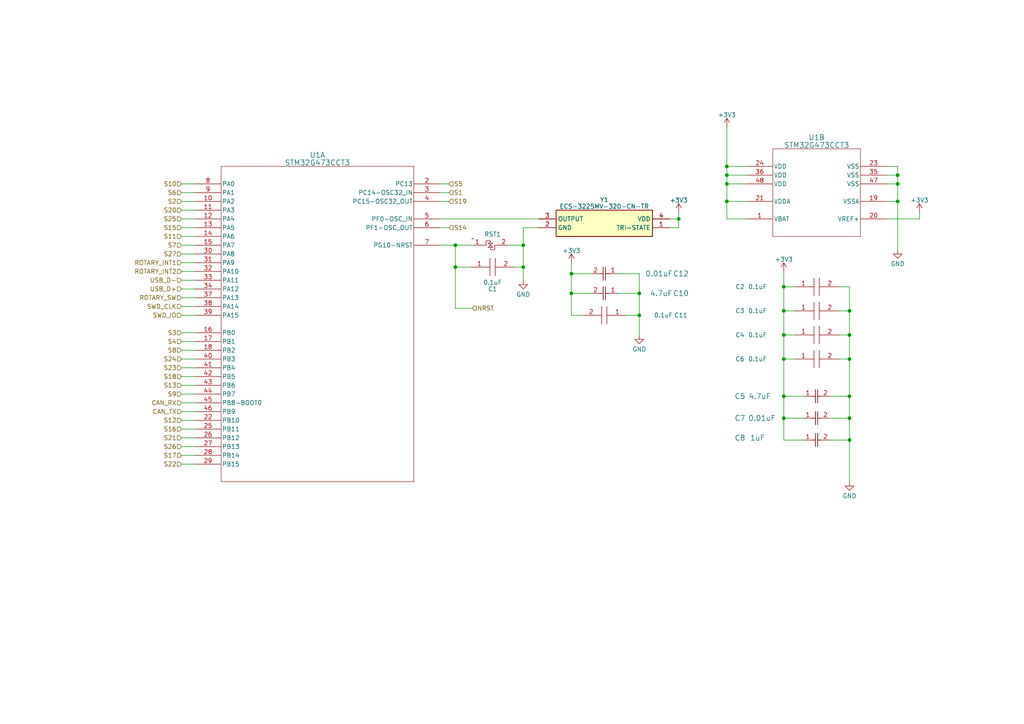
<source format=kicad_sch>
(kicad_sch
	(version 20231120)
	(generator "eeschema")
	(generator_version "8.0")
	(uuid "a1d6bec1-1462-4df8-a61e-7916bed7571b")
	(paper "A4")
	(lib_symbols
		(symbol "Junon's KB:0603YD105KAT2A"
			(pin_names
				(offset 0.254)
			)
			(exclude_from_sim no)
			(in_bom yes)
			(on_board yes)
			(property "Reference" "C"
				(at 3.81 3.81 0)
				(effects
					(font
						(size 1.524 1.524)
					)
				)
			)
			(property "Value" "0603YD105KAT2A"
				(at 3.81 -3.81 0)
				(effects
					(font
						(size 1.524 1.524)
					)
				)
			)
			(property "Footprint" "junon-kb:CAP_0603G_AVX"
				(at 0 0 0)
				(effects
					(font
						(size 1.27 1.27)
						(italic yes)
					)
					(hide yes)
				)
			)
			(property "Datasheet" "https://www.mouser.de/datasheet/2/40/cx5r_KGM-3223198.pdf"
				(at 0 0 0)
				(effects
					(font
						(size 1.27 1.27)
						(italic yes)
					)
					(hide yes)
				)
			)
			(property "Description" "CAP; SMT (0603); 1UF; 10%; 16V; X5R; CERAMIC; "
				(at 0 -3 0)
				(effects
					(font
						(size 1.27 1.27)
						(italic yes)
					)
					(hide yes)
				)
			)
			(property "Mouser ID" "581-0603YD105K"
				(at 0 -3 0)
				(effects
					(font
						(size 1.27 1.27)
						(italic yes)
					)
					(hide yes)
				)
			)
			(property "DigiKey ID" "null"
				(at 0 -3 0)
				(effects
					(font
						(size 1.27 1.27)
						(italic yes)
					)
					(hide yes)
				)
			)
			(property "Mfr. Number" "0603YD105KAT2A"
				(at 0 -3 0)
				(effects
					(font
						(size 1.27 1.27)
						(italic yes)
					)
					(hide yes)
				)
			)
			(property "Arrow ID" "0603YD105KAT2A"
				(at 0 -3 0)
				(effects
					(font
						(size 1.27 1.27)
						(italic yes)
					)
					(hide yes)
				)
			)
			(property "Mfr. Name" "KYOCERA AVX"
				(at 0 -3 0)
				(effects
					(font
						(size 1.27 1.27)
						(italic yes)
					)
					(hide yes)
				)
			)
			(property "Mouser URL" "https://www.mouser.de/ProductDetail/KYOCERA-AVX/0603YD105KAT2A?qs=Gc704lYbI0yxwip%252B5td8dA%3D%3D"
				(at 0 -3 0)
				(effects
					(font
						(size 1.27 1.27)
						(italic yes)
					)
					(hide yes)
				)
			)
			(property "ki_locked" ""
				(at 0 0 0)
				(effects
					(font
						(size 1.27 1.27)
					)
				)
			)
			(property "ki_keywords" "0603YD105KAT2A"
				(at 0 0 0)
				(effects
					(font
						(size 1.27 1.27)
					)
					(hide yes)
				)
			)
			(property "ki_fp_filters" "CAP_0603G_AVX CAP_0603G_AVX-M CAP_0603G_AVX-L"
				(at 0 0 0)
				(effects
					(font
						(size 1.27 1.27)
					)
					(hide yes)
				)
			)
			(symbol "0603YD105KAT2A_1_1"
				(polyline
					(pts
						(xy 2.54 0) (xy 3.4798 0)
					)
					(stroke
						(width 0.2032)
						(type default)
					)
					(fill
						(type none)
					)
				)
				(polyline
					(pts
						(xy 3.4798 -1.905) (xy 3.4798 1.905)
					)
					(stroke
						(width 0.2032)
						(type default)
					)
					(fill
						(type none)
					)
				)
				(polyline
					(pts
						(xy 4.1148 -1.905) (xy 4.1148 1.905)
					)
					(stroke
						(width 0.2032)
						(type default)
					)
					(fill
						(type none)
					)
				)
				(polyline
					(pts
						(xy 4.1148 0) (xy 5.08 0)
					)
					(stroke
						(width 0.2032)
						(type default)
					)
					(fill
						(type none)
					)
				)
				(pin unspecified line
					(at 0 0 0)
					(length 2.54)
					(name ""
						(effects
							(font
								(size 1.27 1.27)
							)
						)
					)
					(number "1"
						(effects
							(font
								(size 1.27 1.27)
							)
						)
					)
				)
				(pin unspecified line
					(at 7.62 0 180)
					(length 2.54)
					(name ""
						(effects
							(font
								(size 1.27 1.27)
							)
						)
					)
					(number "2"
						(effects
							(font
								(size 1.27 1.27)
							)
						)
					)
				)
			)
			(symbol "0603YD105KAT2A_1_2"
				(polyline
					(pts
						(xy -1.905 -4.1148) (xy 1.905 -4.1148)
					)
					(stroke
						(width 0.2032)
						(type default)
					)
					(fill
						(type none)
					)
				)
				(polyline
					(pts
						(xy -1.905 -3.4798) (xy 1.905 -3.4798)
					)
					(stroke
						(width 0.2032)
						(type default)
					)
					(fill
						(type none)
					)
				)
				(polyline
					(pts
						(xy 0 -4.1148) (xy 0 -5.08)
					)
					(stroke
						(width 0.2032)
						(type default)
					)
					(fill
						(type none)
					)
				)
				(polyline
					(pts
						(xy 0 -2.54) (xy 0 -3.4798)
					)
					(stroke
						(width 0.2032)
						(type default)
					)
					(fill
						(type none)
					)
				)
				(pin unspecified line
					(at 0 0 270)
					(length 2.54)
					(name ""
						(effects
							(font
								(size 1.27 1.27)
							)
						)
					)
					(number "1"
						(effects
							(font
								(size 1.27 1.27)
							)
						)
					)
				)
				(pin unspecified line
					(at 0 -7.62 90)
					(length 2.54)
					(name ""
						(effects
							(font
								(size 1.27 1.27)
							)
						)
					)
					(number "2"
						(effects
							(font
								(size 1.27 1.27)
							)
						)
					)
				)
			)
		)
		(symbol "Junon's KB:CL21A475KOFNNNE"
			(pin_names
				(offset 0.254)
			)
			(exclude_from_sim no)
			(in_bom yes)
			(on_board yes)
			(property "Reference" "C"
				(at 3.81 3.81 0)
				(effects
					(font
						(size 1.524 1.524)
					)
				)
			)
			(property "Value" "CL21A475KOFNNNE"
				(at 3.81 -3.81 0)
				(effects
					(font
						(size 1.524 1.524)
					)
				)
			)
			(property "Footprint" "junon-kb:CAP_CL21_SAM"
				(at 0 0 0)
				(effects
					(font
						(size 1.27 1.27)
						(italic yes)
					)
					(hide yes)
				)
			)
			(property "Datasheet" "null"
				(at 0 0 0)
				(effects
					(font
						(size 1.27 1.27)
						(italic yes)
					)
					(hide yes)
				)
			)
			(property "Description" "Multilayer Ceramic Capacitor, 4.7 uF, 16 V, ± 10%, X5R, 0805 [2012 Metric]"
				(at 0 -3 0)
				(effects
					(font
						(size 1.27 1.27)
						(italic yes)
					)
					(hide yes)
				)
			)
			(property "Mouser URL" "null"
				(at 0 -3 0)
				(effects
					(font
						(size 1.27 1.27)
						(italic yes)
					)
					(hide yes)
				)
			)
			(property "Mouser ID" "187-CL21A475KOFNNNE"
				(at 0 -3 0)
				(effects
					(font
						(size 1.27 1.27)
						(italic yes)
					)
					(hide yes)
				)
			)
			(property "Mfr. Number" "CL21A475KOFNNNE"
				(at 0 -3 0)
				(effects
					(font
						(size 1.27 1.27)
						(italic yes)
					)
					(hide yes)
				)
			)
			(property "DigiKey ID" "1276-1065-1-ND"
				(at 0 -3 0)
				(effects
					(font
						(size 1.27 1.27)
						(italic yes)
					)
					(hide yes)
				)
			)
			(property "Mfr. Name" "Samsung"
				(at 0 -3 0)
				(effects
					(font
						(size 1.27 1.27)
						(italic yes)
					)
					(hide yes)
				)
			)
			(property "Arrow ID" "CL21A475KOFNNNE"
				(at 0 -3 0)
				(effects
					(font
						(size 1.27 1.27)
						(italic yes)
					)
					(hide yes)
				)
			)
			(property "ki_locked" ""
				(at 0 0 0)
				(effects
					(font
						(size 1.27 1.27)
					)
				)
			)
			(property "ki_keywords" "CL21A475KOFNNNE"
				(at 0 0 0)
				(effects
					(font
						(size 1.27 1.27)
					)
					(hide yes)
				)
			)
			(property "ki_fp_filters" "CAP_CL21_SAM CAP_CL21_SAM-M CAP_CL21_SAM-L"
				(at 0 0 0)
				(effects
					(font
						(size 1.27 1.27)
					)
					(hide yes)
				)
			)
			(symbol "CL21A475KOFNNNE_1_1"
				(polyline
					(pts
						(xy 2.54 0) (xy 3.4798 0)
					)
					(stroke
						(width 0.2032)
						(type default)
					)
					(fill
						(type none)
					)
				)
				(polyline
					(pts
						(xy 3.4798 -1.905) (xy 3.4798 1.905)
					)
					(stroke
						(width 0.2032)
						(type default)
					)
					(fill
						(type none)
					)
				)
				(polyline
					(pts
						(xy 4.1148 -1.905) (xy 4.1148 1.905)
					)
					(stroke
						(width 0.2032)
						(type default)
					)
					(fill
						(type none)
					)
				)
				(polyline
					(pts
						(xy 4.1148 0) (xy 5.08 0)
					)
					(stroke
						(width 0.2032)
						(type default)
					)
					(fill
						(type none)
					)
				)
				(pin unspecified line
					(at 0 0 0)
					(length 2.54)
					(name ""
						(effects
							(font
								(size 1.27 1.27)
							)
						)
					)
					(number "1"
						(effects
							(font
								(size 1.27 1.27)
							)
						)
					)
				)
				(pin unspecified line
					(at 7.62 0 180)
					(length 2.54)
					(name ""
						(effects
							(font
								(size 1.27 1.27)
							)
						)
					)
					(number "2"
						(effects
							(font
								(size 1.27 1.27)
							)
						)
					)
				)
			)
			(symbol "CL21A475KOFNNNE_1_2"
				(polyline
					(pts
						(xy -1.905 -4.1148) (xy 1.905 -4.1148)
					)
					(stroke
						(width 0.2032)
						(type default)
					)
					(fill
						(type none)
					)
				)
				(polyline
					(pts
						(xy -1.905 -3.4798) (xy 1.905 -3.4798)
					)
					(stroke
						(width 0.2032)
						(type default)
					)
					(fill
						(type none)
					)
				)
				(polyline
					(pts
						(xy 0 -4.1148) (xy 0 -5.08)
					)
					(stroke
						(width 0.2032)
						(type default)
					)
					(fill
						(type none)
					)
				)
				(polyline
					(pts
						(xy 0 -2.54) (xy 0 -3.4798)
					)
					(stroke
						(width 0.2032)
						(type default)
					)
					(fill
						(type none)
					)
				)
				(pin unspecified line
					(at 0 0 270)
					(length 2.54)
					(name ""
						(effects
							(font
								(size 1.27 1.27)
							)
						)
					)
					(number "1"
						(effects
							(font
								(size 1.27 1.27)
							)
						)
					)
				)
				(pin unspecified line
					(at 0 -7.62 90)
					(length 2.54)
					(name ""
						(effects
							(font
								(size 1.27 1.27)
							)
						)
					)
					(number "2"
						(effects
							(font
								(size 1.27 1.27)
							)
						)
					)
				)
			)
		)
		(symbol "Junon's KB:CL21B103KBANNNC"
			(pin_names
				(offset 0.254)
			)
			(exclude_from_sim no)
			(in_bom yes)
			(on_board yes)
			(property "Reference" "C"
				(at 3.81 3.81 0)
				(effects
					(font
						(size 1.524 1.524)
					)
				)
			)
			(property "Value" "CL21B103KBANNNC"
				(at 3.81 -3.81 0)
				(effects
					(font
						(size 1.524 1.524)
					)
				)
			)
			(property "Footprint" "junon-kb:CAP_CL21_SAM"
				(at 0 0 0)
				(effects
					(font
						(size 1.27 1.27)
						(italic yes)
					)
					(hide yes)
				)
			)
			(property "Datasheet" "null"
				(at 0 0 0)
				(effects
					(font
						(size 1.27 1.27)
						(italic yes)
					)
					(hide yes)
				)
			)
			(property "Description" "Multilayer Ceramic Capacitor, 0.01 uF, 50 V, ± 10%, X7R, 0805 [2012 Metric]"
				(at 0 -3 0)
				(effects
					(font
						(size 1.27 1.27)
						(italic yes)
					)
					(hide yes)
				)
			)
			(property "Mfr. Number" "CL21B103KBANNNC"
				(at 0 -3 0)
				(effects
					(font
						(size 1.27 1.27)
						(italic yes)
					)
					(hide yes)
				)
			)
			(property "Mfr. Name" "Samsung"
				(at 0 -3 0)
				(effects
					(font
						(size 1.27 1.27)
						(italic yes)
					)
					(hide yes)
				)
			)
			(property "DigiKey ID" "1276-1015-1-ND"
				(at 0 -3 0)
				(effects
					(font
						(size 1.27 1.27)
						(italic yes)
					)
					(hide yes)
				)
			)
			(property "Arrow ID" "CL21B103KBANNNC"
				(at 0 -3 0)
				(effects
					(font
						(size 1.27 1.27)
						(italic yes)
					)
					(hide yes)
				)
			)
			(property "Mouser URL" "null"
				(at 0 -3 0)
				(effects
					(font
						(size 1.27 1.27)
						(italic yes)
					)
					(hide yes)
				)
			)
			(property "Mouser ID" "187-CL21B103KBANNNC"
				(at 0 -3 0)
				(effects
					(font
						(size 1.27 1.27)
						(italic yes)
					)
					(hide yes)
				)
			)
			(property "ki_locked" ""
				(at 0 0 0)
				(effects
					(font
						(size 1.27 1.27)
					)
				)
			)
			(property "ki_keywords" "CL21B103KBANNNC"
				(at 0 0 0)
				(effects
					(font
						(size 1.27 1.27)
					)
					(hide yes)
				)
			)
			(property "ki_fp_filters" "CAP_CL21_SAM CAP_CL21_SAM-M CAP_CL21_SAM-L"
				(at 0 0 0)
				(effects
					(font
						(size 1.27 1.27)
					)
					(hide yes)
				)
			)
			(symbol "CL21B103KBANNNC_1_1"
				(polyline
					(pts
						(xy 2.54 0) (xy 3.4798 0)
					)
					(stroke
						(width 0.2032)
						(type default)
					)
					(fill
						(type none)
					)
				)
				(polyline
					(pts
						(xy 3.4798 -1.905) (xy 3.4798 1.905)
					)
					(stroke
						(width 0.2032)
						(type default)
					)
					(fill
						(type none)
					)
				)
				(polyline
					(pts
						(xy 4.1148 -1.905) (xy 4.1148 1.905)
					)
					(stroke
						(width 0.2032)
						(type default)
					)
					(fill
						(type none)
					)
				)
				(polyline
					(pts
						(xy 4.1148 0) (xy 5.08 0)
					)
					(stroke
						(width 0.2032)
						(type default)
					)
					(fill
						(type none)
					)
				)
				(pin unspecified line
					(at 0 0 0)
					(length 2.54)
					(name ""
						(effects
							(font
								(size 1.27 1.27)
							)
						)
					)
					(number "1"
						(effects
							(font
								(size 1.27 1.27)
							)
						)
					)
				)
				(pin unspecified line
					(at 7.62 0 180)
					(length 2.54)
					(name ""
						(effects
							(font
								(size 1.27 1.27)
							)
						)
					)
					(number "2"
						(effects
							(font
								(size 1.27 1.27)
							)
						)
					)
				)
			)
			(symbol "CL21B103KBANNNC_1_2"
				(polyline
					(pts
						(xy -1.905 -4.1148) (xy 1.905 -4.1148)
					)
					(stroke
						(width 0.2032)
						(type default)
					)
					(fill
						(type none)
					)
				)
				(polyline
					(pts
						(xy -1.905 -3.4798) (xy 1.905 -3.4798)
					)
					(stroke
						(width 0.2032)
						(type default)
					)
					(fill
						(type none)
					)
				)
				(polyline
					(pts
						(xy 0 -4.1148) (xy 0 -5.08)
					)
					(stroke
						(width 0.2032)
						(type default)
					)
					(fill
						(type none)
					)
				)
				(polyline
					(pts
						(xy 0 -2.54) (xy 0 -3.4798)
					)
					(stroke
						(width 0.2032)
						(type default)
					)
					(fill
						(type none)
					)
				)
				(pin unspecified line
					(at 0 0 270)
					(length 2.54)
					(name ""
						(effects
							(font
								(size 1.27 1.27)
							)
						)
					)
					(number "1"
						(effects
							(font
								(size 1.27 1.27)
							)
						)
					)
				)
				(pin unspecified line
					(at 0 -7.62 90)
					(length 2.54)
					(name ""
						(effects
							(font
								(size 1.27 1.27)
							)
						)
					)
					(number "2"
						(effects
							(font
								(size 1.27 1.27)
							)
						)
					)
				)
			)
		)
		(symbol "Junon's KB:ECS-3225MV-320-CN-TR"
			(exclude_from_sim no)
			(in_bom yes)
			(on_board yes)
			(property "Reference" "Y"
				(at 34.29 7.62 0)
				(effects
					(font
						(size 1.27 1.27)
					)
					(justify left top)
				)
			)
			(property "Value" "ECS-3225MV-320-CN-TR"
				(at 34.29 5.08 0)
				(effects
					(font
						(size 1.27 1.27)
					)
					(justify left top)
				)
			)
			(property "Footprint" "ECS3225MV320BNTR"
				(at 34.29 -94.92 0)
				(effects
					(font
						(size 1.27 1.27)
					)
					(justify left top)
					(hide yes)
				)
			)
			(property "Datasheet" "https://ecsxtal.com/store/pdf/ECS-3225MV.pdf"
				(at 34.29 -194.92 0)
				(effects
					(font
						(size 1.27 1.27)
					)
					(justify left top)
					(hide yes)
				)
			)
			(property "Description" "Standard Clock Oscillators 32MHz 1.6-3.6V 25ppm -40C +85C"
				(at 0 0 0)
				(effects
					(font
						(size 1.27 1.27)
					)
					(hide yes)
				)
			)
			(property "Height" "1.2"
				(at 34.29 -394.92 0)
				(effects
					(font
						(size 1.27 1.27)
					)
					(justify left top)
					(hide yes)
				)
			)
			(property "Manufacturer_Name" "ECS"
				(at 34.29 -494.92 0)
				(effects
					(font
						(size 1.27 1.27)
					)
					(justify left top)
					(hide yes)
				)
			)
			(property "Manufacturer_Part_Number" "ECS-3225MV-320-CN-TR"
				(at 34.29 -594.92 0)
				(effects
					(font
						(size 1.27 1.27)
					)
					(justify left top)
					(hide yes)
				)
			)
			(property "Mouser Part Number" "520-3225MV-320-CNT"
				(at 34.29 -694.92 0)
				(effects
					(font
						(size 1.27 1.27)
					)
					(justify left top)
					(hide yes)
				)
			)
			(property "Mouser Price/Stock" "https://www.mouser.co.uk/ProductDetail/ECS/ECS-3225MV-320-CN-TR?qs=qSfuJ%252Bfl%2Fd5v%2FX%2FgCqKU3w%3D%3D"
				(at 34.29 -794.92 0)
				(effects
					(font
						(size 1.27 1.27)
					)
					(justify left top)
					(hide yes)
				)
			)
			(property "Arrow Part Number" "ECS-3225MV-320-CN-TR"
				(at 34.29 -894.92 0)
				(effects
					(font
						(size 1.27 1.27)
					)
					(justify left top)
					(hide yes)
				)
			)
			(property "Arrow Price/Stock" "https://www.arrow.com/en/products/ecs-3225mv-320-cn-tr/ecs-international?region=nac"
				(at 34.29 -994.92 0)
				(effects
					(font
						(size 1.27 1.27)
					)
					(justify left top)
					(hide yes)
				)
			)
			(symbol "ECS-3225MV-320-CN-TR_1_1"
				(rectangle
					(start 5.08 2.54)
					(end 33.02 -5.08)
					(stroke
						(width 0.254)
						(type default)
					)
					(fill
						(type background)
					)
				)
				(pin passive line
					(at 0 -2.54 0)
					(length 5.08)
					(name "TRI-STATE"
						(effects
							(font
								(size 1.27 1.27)
							)
						)
					)
					(number "1"
						(effects
							(font
								(size 1.27 1.27)
							)
						)
					)
				)
				(pin passive line
					(at 38.1 -2.54 180)
					(length 5.08)
					(name "GND"
						(effects
							(font
								(size 1.27 1.27)
							)
						)
					)
					(number "2"
						(effects
							(font
								(size 1.27 1.27)
							)
						)
					)
				)
				(pin passive line
					(at 38.1 0 180)
					(length 5.08)
					(name "OUTPUT"
						(effects
							(font
								(size 1.27 1.27)
							)
						)
					)
					(number "3"
						(effects
							(font
								(size 1.27 1.27)
							)
						)
					)
				)
				(pin passive line
					(at 0 0 0)
					(length 5.08)
					(name "VDD"
						(effects
							(font
								(size 1.27 1.27)
							)
						)
					)
					(number "4"
						(effects
							(font
								(size 1.27 1.27)
							)
						)
					)
				)
			)
		)
		(symbol "Junon's KB:MSAST1L3YB5104KFNA01"
			(pin_names
				(offset 0.762)
			)
			(exclude_from_sim no)
			(in_bom yes)
			(on_board yes)
			(property "Reference" "C"
				(at 8.89 6.35 0)
				(effects
					(font
						(size 1.27 1.27)
					)
					(justify left)
				)
			)
			(property "Value" "MSAST1L3YB5104KFNA01"
				(at 8.89 3.81 0)
				(effects
					(font
						(size 1.27 1.27)
					)
					(justify left)
				)
			)
			(property "Footprint" "CAPC1005X33N"
				(at 8.89 1.27 0)
				(effects
					(font
						(size 1.27 1.27)
					)
					(justify left)
					(hide yes)
				)
			)
			(property "Datasheet" "https://www.mouser.de/datasheet/2/396/TaiyoYuden_MSAST1L3YB5104KFNA01_SS-3009733.pdf"
				(at 8.89 -1.27 0)
				(effects
					(font
						(size 1.27 1.27)
					)
					(justify left)
					(hide yes)
				)
			)
			(property "Description" "Multilayer Ceramic Capacitors MLCC - SMD/SMT 0402 25VDC 0.1uF 10% X5R"
				(at 8.89 -3.81 0)
				(effects
					(font
						(size 1.27 1.27)
					)
					(justify left)
					(hide yes)
				)
			)
			(property "Height" "0.33"
				(at 8.89 -6.35 0)
				(effects
					(font
						(size 1.27 1.27)
					)
					(justify left)
					(hide yes)
				)
			)
			(property "Manufacturer_Name" "TAIYO YUDEN"
				(at 8.89 -8.89 0)
				(effects
					(font
						(size 1.27 1.27)
					)
					(justify left)
					(hide yes)
				)
			)
			(property "Manufacturer_Part_Number" "MSAST1L3YB5104KFNA01"
				(at 8.89 -11.43 0)
				(effects
					(font
						(size 1.27 1.27)
					)
					(justify left)
					(hide yes)
				)
			)
			(property "Mouser Part Number" "963-MSAST1L3YB5104KF"
				(at 8.89 -13.97 0)
				(effects
					(font
						(size 1.27 1.27)
					)
					(justify left)
					(hide yes)
				)
			)
			(property "Mouser Price/Stock" "https://www.mouser.de/ProductDetail/TAIYO-YUDEN/MSAST1L3YB5104KFNA01?qs=tlsG%2FOw5FFhBwK%252BMwEZpCA%3D%3D"
				(at 8.89 -16.51 0)
				(effects
					(font
						(size 1.27 1.27)
					)
					(justify left)
					(hide yes)
				)
			)
			(property "Arrow Part Number" ""
				(at 8.89 -19.05 0)
				(effects
					(font
						(size 1.27 1.27)
					)
					(justify left)
					(hide yes)
				)
			)
			(property "Arrow Price/Stock" ""
				(at 8.89 -21.59 0)
				(effects
					(font
						(size 1.27 1.27)
					)
					(justify left)
					(hide yes)
				)
			)
			(symbol "MSAST1L3YB5104KFNA01_0_0"
				(pin passive line
					(at 0 0 0)
					(length 5.08)
					(name "~"
						(effects
							(font
								(size 1.27 1.27)
							)
						)
					)
					(number "1"
						(effects
							(font
								(size 1.27 1.27)
							)
						)
					)
				)
				(pin passive line
					(at 12.7 0 180)
					(length 5.08)
					(name "~"
						(effects
							(font
								(size 1.27 1.27)
							)
						)
					)
					(number "2"
						(effects
							(font
								(size 1.27 1.27)
							)
						)
					)
				)
			)
			(symbol "MSAST1L3YB5104KFNA01_0_1"
				(polyline
					(pts
						(xy 5.08 0) (xy 5.588 0)
					)
					(stroke
						(width 0.1524)
						(type solid)
					)
					(fill
						(type none)
					)
				)
				(polyline
					(pts
						(xy 5.588 2.54) (xy 5.588 -2.54)
					)
					(stroke
						(width 0.1524)
						(type solid)
					)
					(fill
						(type none)
					)
				)
				(polyline
					(pts
						(xy 7.112 0) (xy 7.62 0)
					)
					(stroke
						(width 0.1524)
						(type solid)
					)
					(fill
						(type none)
					)
				)
				(polyline
					(pts
						(xy 7.112 2.54) (xy 7.112 -2.54)
					)
					(stroke
						(width 0.1524)
						(type solid)
					)
					(fill
						(type none)
					)
				)
			)
		)
		(symbol "Junon's KB:RESET_2P"
			(exclude_from_sim no)
			(in_bom no)
			(on_board yes)
			(property "Reference" "S"
				(at -0.508 0 0)
				(effects
					(font
						(size 1.27 1.27)
					)
				)
			)
			(property "Value" ""
				(at 0 0 0)
				(effects
					(font
						(size 1.27 1.27)
					)
				)
			)
			(property "Footprint" "junon-kb:RESET-2P-EDGE"
				(at 0 4.445 0)
				(effects
					(font
						(size 1.27 1.27)
					)
					(hide yes)
				)
			)
			(property "Datasheet" ""
				(at 0 0 0)
				(effects
					(font
						(size 1.27 1.27)
					)
					(hide yes)
				)
			)
			(property "Description" ""
				(at 0 0 0)
				(effects
					(font
						(size 1.27 1.27)
					)
					(hide yes)
				)
			)
			(symbol "RESET_2P_0_1"
				(polyline
					(pts
						(xy 2.54 -1.905) (xy 3.81 -1.905)
					)
					(stroke
						(width 0)
						(type default)
					)
					(fill
						(type none)
					)
				)
				(polyline
					(pts
						(xy 6.35 -1.905) (xy 3.81 -1.905)
					)
					(stroke
						(width 0.1)
						(type dot)
					)
					(fill
						(type none)
					)
				)
				(polyline
					(pts
						(xy 7.62 -1.905) (xy 6.35 -1.905)
					)
					(stroke
						(width 0)
						(type default)
					)
					(fill
						(type none)
					)
				)
				(polyline
					(pts
						(xy 3.81 -1.905) (xy 3.81 -0.635) (xy 5.08 -0.635) (xy 5.08 -1.27)
					)
					(stroke
						(width 0)
						(type default)
					)
					(fill
						(type none)
					)
				)
				(polyline
					(pts
						(xy 4.445 -2.54) (xy 5.08 -1.905) (xy 5.715 -2.54) (xy 4.445 -2.54)
					)
					(stroke
						(width 0)
						(type default)
					)
					(fill
						(type none)
					)
				)
				(polyline
					(pts
						(xy 5.715 -1.27) (xy 5.08 -1.905) (xy 4.445 -1.27) (xy 5.715 -1.27)
					)
					(stroke
						(width 0)
						(type default)
					)
					(fill
						(type none)
					)
				)
				(polyline
					(pts
						(xy 6.35 -1.905) (xy 6.35 -3.175) (xy 5.08 -3.175) (xy 5.08 -2.54)
					)
					(stroke
						(width 0)
						(type default)
					)
					(fill
						(type none)
					)
				)
			)
			(symbol "RESET_2P_1_1"
				(pin passive line
					(at 0 -1.905 0)
					(length 2.54)
					(name ""
						(effects
							(font
								(size 1.27 1.27)
							)
						)
					)
					(number "1"
						(effects
							(font
								(size 1.27 1.27)
							)
						)
					)
				)
				(pin passive line
					(at 10.16 -1.905 180)
					(length 2.54)
					(name ""
						(effects
							(font
								(size 1.27 1.27)
							)
						)
					)
					(number "2"
						(effects
							(font
								(size 1.27 1.27)
							)
						)
					)
				)
			)
		)
		(symbol "Junon's KB:STM32G473CCT3"
			(pin_names
				(offset 0.254)
			)
			(exclude_from_sim no)
			(in_bom yes)
			(on_board yes)
			(property "Reference" "U"
				(at 35.56 10.16 0)
				(effects
					(font
						(size 1.524 1.524)
					)
				)
			)
			(property "Value" "STM32G473CCT3"
				(at 35.56 7.62 0)
				(effects
					(font
						(size 1.524 1.524)
					)
				)
			)
			(property "Footprint" "junon-kb:LQFP48-7x7mm"
				(at 0 0 0)
				(effects
					(font
						(size 1.27 1.27)
						(italic yes)
					)
					(hide yes)
				)
			)
			(property "Datasheet" "https://www.mouser.de/datasheet/2/389/stm32g473cb-1620885.pdf"
				(at 0 0 0)
				(effects
					(font
						(size 1.27 1.27)
						(italic yes)
					)
					(hide yes)
				)
			)
			(property "Description" "Mainstream Arm Cortex-M4 MCU 170 MHz with 256 Kbytes of Flash memory, Math Accelerator, High Analog level integration"
				(at 0 -3 0)
				(effects
					(font
						(size 1.27 1.27)
						(italic yes)
					)
					(hide yes)
				)
			)
			(property "Mouser ID" "511-STM32G473CCT3"
				(at 0 -3 0)
				(effects
					(font
						(size 1.27 1.27)
						(italic yes)
					)
					(hide yes)
				)
			)
			(property "Mfr. Name" "STMicroelectronics"
				(at 0 -3 0)
				(effects
					(font
						(size 1.27 1.27)
						(italic yes)
					)
					(hide yes)
				)
			)
			(property "Mouser URL" "https://www.mouser.de/ProductDetail/STMicroelectronics/STM32G473CCT3?qs=sPbYRqrBIVmZ4FukD7XWCg%3D%3D&_gl=1*31wqdm*_ga*MjAyMTY4NDMxNi4xNjkyMzE5NjE5*_ga_15W4STQT4T*MTcwNTI2OTAyOS44LjEuMTcwNTI2OTAzMC41OS4wLjA."
				(at 0 -3 0)
				(effects
					(font
						(size 1.27 1.27)
						(italic yes)
					)
					(hide yes)
				)
			)
			(property "Arrow ID" "null"
				(at 0 -3 0)
				(effects
					(font
						(size 1.27 1.27)
						(italic yes)
					)
					(hide yes)
				)
			)
			(property "Mfr. Number" "STM32G473CCT3"
				(at 0 -3 0)
				(effects
					(font
						(size 1.27 1.27)
						(italic yes)
					)
					(hide yes)
				)
			)
			(property "DigiKey ID" "497-STM32G473CCT3-ND"
				(at 0 -3 0)
				(effects
					(font
						(size 1.27 1.27)
						(italic yes)
					)
					(hide yes)
				)
			)
			(property "ki_locked" ""
				(at 0 0 0)
				(effects
					(font
						(size 1.27 1.27)
					)
				)
			)
			(property "ki_keywords" "STM32G473CCT3"
				(at 0 0 0)
				(effects
					(font
						(size 1.27 1.27)
					)
					(hide yes)
				)
			)
			(property "ki_fp_filters" "LQFP48-7x7mm"
				(at 0 0 0)
				(effects
					(font
						(size 1.27 1.27)
					)
					(hide yes)
				)
			)
			(symbol "STM32G473CCT3_1_1"
				(polyline
					(pts
						(xy 7.62 -86.36) (xy 63.5 -86.36)
					)
					(stroke
						(width 0.127)
						(type default)
					)
					(fill
						(type none)
					)
				)
				(polyline
					(pts
						(xy 7.62 5.08) (xy 7.62 -86.36)
					)
					(stroke
						(width 0.127)
						(type default)
					)
					(fill
						(type none)
					)
				)
				(polyline
					(pts
						(xy 63.5 -86.36) (xy 63.5 5.08)
					)
					(stroke
						(width 0.127)
						(type default)
					)
					(fill
						(type none)
					)
				)
				(polyline
					(pts
						(xy 63.5 5.08) (xy 7.62 5.08)
					)
					(stroke
						(width 0.127)
						(type default)
					)
					(fill
						(type none)
					)
				)
				(pin bidirectional line
					(at 0 -5.08 0)
					(length 7.62)
					(name "PA2"
						(effects
							(font
								(size 1.27 1.27)
							)
						)
					)
					(number "10"
						(effects
							(font
								(size 1.27 1.27)
							)
						)
					)
				)
				(pin bidirectional line
					(at 0 -7.62 0)
					(length 7.62)
					(name "PA3"
						(effects
							(font
								(size 1.27 1.27)
							)
						)
					)
					(number "11"
						(effects
							(font
								(size 1.27 1.27)
							)
						)
					)
				)
				(pin bidirectional line
					(at 0 -10.16 0)
					(length 7.62)
					(name "PA4"
						(effects
							(font
								(size 1.27 1.27)
							)
						)
					)
					(number "12"
						(effects
							(font
								(size 1.27 1.27)
							)
						)
					)
				)
				(pin bidirectional line
					(at 0 -12.7 0)
					(length 7.62)
					(name "PA5"
						(effects
							(font
								(size 1.27 1.27)
							)
						)
					)
					(number "13"
						(effects
							(font
								(size 1.27 1.27)
							)
						)
					)
				)
				(pin bidirectional line
					(at 0 -15.24 0)
					(length 7.62)
					(name "PA6"
						(effects
							(font
								(size 1.27 1.27)
							)
						)
					)
					(number "14"
						(effects
							(font
								(size 1.27 1.27)
							)
						)
					)
				)
				(pin bidirectional line
					(at 0 -17.78 0)
					(length 7.62)
					(name "PA7"
						(effects
							(font
								(size 1.27 1.27)
							)
						)
					)
					(number "15"
						(effects
							(font
								(size 1.27 1.27)
							)
						)
					)
				)
				(pin bidirectional line
					(at 0 -43.18 0)
					(length 7.62)
					(name "PB0"
						(effects
							(font
								(size 1.27 1.27)
							)
						)
					)
					(number "16"
						(effects
							(font
								(size 1.27 1.27)
							)
						)
					)
				)
				(pin bidirectional line
					(at 0 -45.72 0)
					(length 7.62)
					(name "PB1"
						(effects
							(font
								(size 1.27 1.27)
							)
						)
					)
					(number "17"
						(effects
							(font
								(size 1.27 1.27)
							)
						)
					)
				)
				(pin bidirectional line
					(at 0 -48.26 0)
					(length 7.62)
					(name "PB2"
						(effects
							(font
								(size 1.27 1.27)
							)
						)
					)
					(number "18"
						(effects
							(font
								(size 1.27 1.27)
							)
						)
					)
				)
				(pin bidirectional line
					(at 71.12 0 180)
					(length 7.62)
					(name "PC13"
						(effects
							(font
								(size 1.27 1.27)
							)
						)
					)
					(number "2"
						(effects
							(font
								(size 1.27 1.27)
							)
						)
					)
				)
				(pin bidirectional line
					(at 0 -68.58 0)
					(length 7.62)
					(name "PB10"
						(effects
							(font
								(size 1.27 1.27)
							)
						)
					)
					(number "22"
						(effects
							(font
								(size 1.27 1.27)
							)
						)
					)
				)
				(pin bidirectional line
					(at 0 -71.12 0)
					(length 7.62)
					(name "PB11"
						(effects
							(font
								(size 1.27 1.27)
							)
						)
					)
					(number "25"
						(effects
							(font
								(size 1.27 1.27)
							)
						)
					)
				)
				(pin bidirectional line
					(at 0 -73.66 0)
					(length 7.62)
					(name "PB12"
						(effects
							(font
								(size 1.27 1.27)
							)
						)
					)
					(number "26"
						(effects
							(font
								(size 1.27 1.27)
							)
						)
					)
				)
				(pin bidirectional line
					(at 0 -76.2 0)
					(length 7.62)
					(name "PB13"
						(effects
							(font
								(size 1.27 1.27)
							)
						)
					)
					(number "27"
						(effects
							(font
								(size 1.27 1.27)
							)
						)
					)
				)
				(pin bidirectional line
					(at 0 -78.74 0)
					(length 7.62)
					(name "PB14"
						(effects
							(font
								(size 1.27 1.27)
							)
						)
					)
					(number "28"
						(effects
							(font
								(size 1.27 1.27)
							)
						)
					)
				)
				(pin bidirectional line
					(at 0 -81.28 0)
					(length 7.62)
					(name "PB15"
						(effects
							(font
								(size 1.27 1.27)
							)
						)
					)
					(number "29"
						(effects
							(font
								(size 1.27 1.27)
							)
						)
					)
				)
				(pin bidirectional line
					(at 71.12 -2.54 180)
					(length 7.62)
					(name "PC14-OSC32_IN"
						(effects
							(font
								(size 1.27 1.27)
							)
						)
					)
					(number "3"
						(effects
							(font
								(size 1.27 1.27)
							)
						)
					)
				)
				(pin bidirectional line
					(at 0 -20.32 0)
					(length 7.62)
					(name "PA8"
						(effects
							(font
								(size 1.27 1.27)
							)
						)
					)
					(number "30"
						(effects
							(font
								(size 1.27 1.27)
							)
						)
					)
				)
				(pin bidirectional line
					(at 0 -22.86 0)
					(length 7.62)
					(name "PA9"
						(effects
							(font
								(size 1.27 1.27)
							)
						)
					)
					(number "31"
						(effects
							(font
								(size 1.27 1.27)
							)
						)
					)
				)
				(pin bidirectional line
					(at 0 -25.4 0)
					(length 7.62)
					(name "PA10"
						(effects
							(font
								(size 1.27 1.27)
							)
						)
					)
					(number "32"
						(effects
							(font
								(size 1.27 1.27)
							)
						)
					)
				)
				(pin bidirectional line
					(at 0 -27.94 0)
					(length 7.62)
					(name "PA11"
						(effects
							(font
								(size 1.27 1.27)
							)
						)
					)
					(number "33"
						(effects
							(font
								(size 1.27 1.27)
							)
						)
					)
				)
				(pin bidirectional line
					(at 0 -30.48 0)
					(length 7.62)
					(name "PA12"
						(effects
							(font
								(size 1.27 1.27)
							)
						)
					)
					(number "34"
						(effects
							(font
								(size 1.27 1.27)
							)
						)
					)
				)
				(pin bidirectional line
					(at 0 -33.02 0)
					(length 7.62)
					(name "PA13"
						(effects
							(font
								(size 1.27 1.27)
							)
						)
					)
					(number "37"
						(effects
							(font
								(size 1.27 1.27)
							)
						)
					)
				)
				(pin bidirectional line
					(at 0 -35.56 0)
					(length 7.62)
					(name "PA14"
						(effects
							(font
								(size 1.27 1.27)
							)
						)
					)
					(number "38"
						(effects
							(font
								(size 1.27 1.27)
							)
						)
					)
				)
				(pin bidirectional line
					(at 0 -38.1 0)
					(length 7.62)
					(name "PA15"
						(effects
							(font
								(size 1.27 1.27)
							)
						)
					)
					(number "39"
						(effects
							(font
								(size 1.27 1.27)
							)
						)
					)
				)
				(pin bidirectional line
					(at 71.12 -5.08 180)
					(length 7.62)
					(name "PC15-OSC32_OUT"
						(effects
							(font
								(size 1.27 1.27)
							)
						)
					)
					(number "4"
						(effects
							(font
								(size 1.27 1.27)
							)
						)
					)
				)
				(pin bidirectional line
					(at 0 -50.8 0)
					(length 7.62)
					(name "PB3"
						(effects
							(font
								(size 1.27 1.27)
							)
						)
					)
					(number "40"
						(effects
							(font
								(size 1.27 1.27)
							)
						)
					)
				)
				(pin bidirectional line
					(at 0 -53.34 0)
					(length 7.62)
					(name "PB4"
						(effects
							(font
								(size 1.27 1.27)
							)
						)
					)
					(number "41"
						(effects
							(font
								(size 1.27 1.27)
							)
						)
					)
				)
				(pin bidirectional line
					(at 0 -55.88 0)
					(length 7.62)
					(name "PB5"
						(effects
							(font
								(size 1.27 1.27)
							)
						)
					)
					(number "42"
						(effects
							(font
								(size 1.27 1.27)
							)
						)
					)
				)
				(pin bidirectional line
					(at 0 -58.42 0)
					(length 7.62)
					(name "PB6"
						(effects
							(font
								(size 1.27 1.27)
							)
						)
					)
					(number "43"
						(effects
							(font
								(size 1.27 1.27)
							)
						)
					)
				)
				(pin bidirectional line
					(at 0 -60.96 0)
					(length 7.62)
					(name "PB7"
						(effects
							(font
								(size 1.27 1.27)
							)
						)
					)
					(number "44"
						(effects
							(font
								(size 1.27 1.27)
							)
						)
					)
				)
				(pin bidirectional line
					(at 0 -63.5 0)
					(length 7.62)
					(name "PB8-BOOT0"
						(effects
							(font
								(size 1.27 1.27)
							)
						)
					)
					(number "45"
						(effects
							(font
								(size 1.27 1.27)
							)
						)
					)
				)
				(pin bidirectional line
					(at 0 -66.04 0)
					(length 7.62)
					(name "PB9"
						(effects
							(font
								(size 1.27 1.27)
							)
						)
					)
					(number "46"
						(effects
							(font
								(size 1.27 1.27)
							)
						)
					)
				)
				(pin bidirectional line
					(at 71.12 -10.16 180)
					(length 7.62)
					(name "PF0-OSC_IN"
						(effects
							(font
								(size 1.27 1.27)
							)
						)
					)
					(number "5"
						(effects
							(font
								(size 1.27 1.27)
							)
						)
					)
				)
				(pin bidirectional line
					(at 71.12 -12.7 180)
					(length 7.62)
					(name "PF1-OSC_OUT"
						(effects
							(font
								(size 1.27 1.27)
							)
						)
					)
					(number "6"
						(effects
							(font
								(size 1.27 1.27)
							)
						)
					)
				)
				(pin bidirectional line
					(at 71.12 -17.78 180)
					(length 7.62)
					(name "PG10-NRST"
						(effects
							(font
								(size 1.27 1.27)
							)
						)
					)
					(number "7"
						(effects
							(font
								(size 1.27 1.27)
							)
						)
					)
				)
				(pin bidirectional line
					(at 0 0 0)
					(length 7.62)
					(name "PA0"
						(effects
							(font
								(size 1.27 1.27)
							)
						)
					)
					(number "8"
						(effects
							(font
								(size 1.27 1.27)
							)
						)
					)
				)
				(pin bidirectional line
					(at 0 -2.54 0)
					(length 7.62)
					(name "PA1"
						(effects
							(font
								(size 1.27 1.27)
							)
						)
					)
					(number "9"
						(effects
							(font
								(size 1.27 1.27)
							)
						)
					)
				)
			)
			(symbol "STM32G473CCT3_2_1"
				(polyline
					(pts
						(xy 7.62 -20.32) (xy 33.02 -20.32)
					)
					(stroke
						(width 0.127)
						(type default)
					)
					(fill
						(type none)
					)
				)
				(polyline
					(pts
						(xy 7.62 5.08) (xy 7.62 -20.32)
					)
					(stroke
						(width 0.127)
						(type default)
					)
					(fill
						(type none)
					)
				)
				(polyline
					(pts
						(xy 33.02 -20.32) (xy 33.02 5.08)
					)
					(stroke
						(width 0.127)
						(type default)
					)
					(fill
						(type none)
					)
				)
				(polyline
					(pts
						(xy 33.02 5.08) (xy 7.62 5.08)
					)
					(stroke
						(width 0.127)
						(type default)
					)
					(fill
						(type none)
					)
				)
				(pin power_in line
					(at 0 -15.24 0)
					(length 7.62)
					(name "VBAT"
						(effects
							(font
								(size 1.27 1.27)
							)
						)
					)
					(number "1"
						(effects
							(font
								(size 1.27 1.27)
							)
						)
					)
				)
				(pin power_in line
					(at 40.64 -10.16 180)
					(length 7.62)
					(name "VSSA"
						(effects
							(font
								(size 1.27 1.27)
							)
						)
					)
					(number "19"
						(effects
							(font
								(size 1.27 1.27)
							)
						)
					)
				)
				(pin power_in line
					(at 40.64 -15.24 180)
					(length 7.62)
					(name "VREF+"
						(effects
							(font
								(size 1.27 1.27)
							)
						)
					)
					(number "20"
						(effects
							(font
								(size 1.27 1.27)
							)
						)
					)
				)
				(pin power_in line
					(at 0 -10.16 0)
					(length 7.62)
					(name "VDDA"
						(effects
							(font
								(size 1.27 1.27)
							)
						)
					)
					(number "21"
						(effects
							(font
								(size 1.27 1.27)
							)
						)
					)
				)
				(pin power_in line
					(at 40.64 0 180)
					(length 7.62)
					(name "VSS"
						(effects
							(font
								(size 1.27 1.27)
							)
						)
					)
					(number "23"
						(effects
							(font
								(size 1.27 1.27)
							)
						)
					)
				)
				(pin power_in line
					(at 0 0 0)
					(length 7.62)
					(name "VDD"
						(effects
							(font
								(size 1.27 1.27)
							)
						)
					)
					(number "24"
						(effects
							(font
								(size 1.27 1.27)
							)
						)
					)
				)
				(pin power_in line
					(at 40.64 -2.54 180)
					(length 7.62)
					(name "VSS"
						(effects
							(font
								(size 1.27 1.27)
							)
						)
					)
					(number "35"
						(effects
							(font
								(size 1.27 1.27)
							)
						)
					)
				)
				(pin power_in line
					(at 0 -2.54 0)
					(length 7.62)
					(name "VDD"
						(effects
							(font
								(size 1.27 1.27)
							)
						)
					)
					(number "36"
						(effects
							(font
								(size 1.27 1.27)
							)
						)
					)
				)
				(pin power_in line
					(at 40.64 -5.08 180)
					(length 7.62)
					(name "VSS"
						(effects
							(font
								(size 1.27 1.27)
							)
						)
					)
					(number "47"
						(effects
							(font
								(size 1.27 1.27)
							)
						)
					)
				)
				(pin power_in line
					(at 0 -5.08 0)
					(length 7.62)
					(name "VDD"
						(effects
							(font
								(size 1.27 1.27)
							)
						)
					)
					(number "48"
						(effects
							(font
								(size 1.27 1.27)
							)
						)
					)
				)
			)
		)
		(symbol "power:+3V3"
			(power)
			(pin_names
				(offset 0)
			)
			(exclude_from_sim no)
			(in_bom yes)
			(on_board yes)
			(property "Reference" "#PWR"
				(at 0 -3.81 0)
				(effects
					(font
						(size 1.27 1.27)
					)
					(hide yes)
				)
			)
			(property "Value" "+3V3"
				(at 0 3.556 0)
				(effects
					(font
						(size 1.27 1.27)
					)
				)
			)
			(property "Footprint" ""
				(at 0 0 0)
				(effects
					(font
						(size 1.27 1.27)
					)
					(hide yes)
				)
			)
			(property "Datasheet" ""
				(at 0 0 0)
				(effects
					(font
						(size 1.27 1.27)
					)
					(hide yes)
				)
			)
			(property "Description" "Power symbol creates a global label with name \"+3V3\""
				(at 0 0 0)
				(effects
					(font
						(size 1.27 1.27)
					)
					(hide yes)
				)
			)
			(property "ki_keywords" "global power"
				(at 0 0 0)
				(effects
					(font
						(size 1.27 1.27)
					)
					(hide yes)
				)
			)
			(symbol "+3V3_0_1"
				(polyline
					(pts
						(xy -0.762 1.27) (xy 0 2.54)
					)
					(stroke
						(width 0)
						(type default)
					)
					(fill
						(type none)
					)
				)
				(polyline
					(pts
						(xy 0 0) (xy 0 2.54)
					)
					(stroke
						(width 0)
						(type default)
					)
					(fill
						(type none)
					)
				)
				(polyline
					(pts
						(xy 0 2.54) (xy 0.762 1.27)
					)
					(stroke
						(width 0)
						(type default)
					)
					(fill
						(type none)
					)
				)
			)
			(symbol "+3V3_1_1"
				(pin power_in line
					(at 0 0 90)
					(length 0) hide
					(name "+3V3"
						(effects
							(font
								(size 1.27 1.27)
							)
						)
					)
					(number "1"
						(effects
							(font
								(size 1.27 1.27)
							)
						)
					)
				)
			)
		)
		(symbol "power:GND"
			(power)
			(pin_names
				(offset 0)
			)
			(exclude_from_sim no)
			(in_bom yes)
			(on_board yes)
			(property "Reference" "#PWR"
				(at 0 -6.35 0)
				(effects
					(font
						(size 1.27 1.27)
					)
					(hide yes)
				)
			)
			(property "Value" "GND"
				(at 0 -3.81 0)
				(effects
					(font
						(size 1.27 1.27)
					)
				)
			)
			(property "Footprint" ""
				(at 0 0 0)
				(effects
					(font
						(size 1.27 1.27)
					)
					(hide yes)
				)
			)
			(property "Datasheet" ""
				(at 0 0 0)
				(effects
					(font
						(size 1.27 1.27)
					)
					(hide yes)
				)
			)
			(property "Description" "Power symbol creates a global label with name \"GND\" , ground"
				(at 0 0 0)
				(effects
					(font
						(size 1.27 1.27)
					)
					(hide yes)
				)
			)
			(property "ki_keywords" "global power"
				(at 0 0 0)
				(effects
					(font
						(size 1.27 1.27)
					)
					(hide yes)
				)
			)
			(symbol "GND_0_1"
				(polyline
					(pts
						(xy 0 0) (xy 0 -1.27) (xy 1.27 -1.27) (xy 0 -2.54) (xy -1.27 -1.27) (xy 0 -1.27)
					)
					(stroke
						(width 0)
						(type default)
					)
					(fill
						(type none)
					)
				)
			)
			(symbol "GND_1_1"
				(pin power_in line
					(at 0 0 270)
					(length 0) hide
					(name "GND"
						(effects
							(font
								(size 1.27 1.27)
							)
						)
					)
					(number "1"
						(effects
							(font
								(size 1.27 1.27)
							)
						)
					)
				)
			)
		)
	)
	(junction
		(at 151.765 77.47)
		(diameter 0)
		(color 0 0 0 0)
		(uuid "027c49fa-b098-4b88-9099-f302394d27fa")
	)
	(junction
		(at 260.35 50.8)
		(diameter 0)
		(color 0 0 0 0)
		(uuid "0b446301-7db6-4a27-805d-ccc0a05a5a79")
	)
	(junction
		(at 260.35 53.34)
		(diameter 0)
		(color 0 0 0 0)
		(uuid "2776b3d9-ca4b-4e82-9e36-0137e3e5acb1")
	)
	(junction
		(at 227.33 97.155)
		(diameter 0)
		(color 0 0 0 0)
		(uuid "3be453bd-4962-4584-bad6-7cbfd484a29c")
	)
	(junction
		(at 246.38 114.935)
		(diameter 0)
		(color 0 0 0 0)
		(uuid "5305779f-64a4-482a-8d6d-1df84e2a71ac")
	)
	(junction
		(at 210.82 48.26)
		(diameter 0)
		(color 0 0 0 0)
		(uuid "5333f89f-1e67-425a-8ec3-3dba969b4fb1")
	)
	(junction
		(at 132.08 77.47)
		(diameter 0)
		(color 0 0 0 0)
		(uuid "66e05f12-e29a-47fd-94b0-106010252367")
	)
	(junction
		(at 210.82 58.42)
		(diameter 0)
		(color 0 0 0 0)
		(uuid "69ba6493-6b6d-4f84-8272-47470cde9b69")
	)
	(junction
		(at 227.33 83.185)
		(diameter 0)
		(color 0 0 0 0)
		(uuid "6fd65b12-2891-40ac-83e8-c2240b048a9b")
	)
	(junction
		(at 165.735 85.09)
		(diameter 0)
		(color 0 0 0 0)
		(uuid "72d890fc-bded-44bb-bc56-dd5f18f03c52")
	)
	(junction
		(at 227.33 121.285)
		(diameter 0)
		(color 0 0 0 0)
		(uuid "764136ae-96c4-47be-8263-3b514052000b")
	)
	(junction
		(at 246.38 90.17)
		(diameter 0)
		(color 0 0 0 0)
		(uuid "7b8ae8b4-5110-401a-ba57-84235bd24961")
	)
	(junction
		(at 227.33 114.935)
		(diameter 0)
		(color 0 0 0 0)
		(uuid "8626fa10-0ae7-420f-b529-64c3c1bf3dee")
	)
	(junction
		(at 246.38 121.285)
		(diameter 0)
		(color 0 0 0 0)
		(uuid "87d4940b-733a-4b9c-9b16-b088837ee2ca")
	)
	(junction
		(at 210.82 53.34)
		(diameter 0)
		(color 0 0 0 0)
		(uuid "89257a4f-49fc-4ffd-86f8-7452a5e508f2")
	)
	(junction
		(at 196.85 63.5)
		(diameter 0)
		(color 0 0 0 0)
		(uuid "937e9b3a-c67a-4edb-b244-5697a539a90e")
	)
	(junction
		(at 165.735 79.375)
		(diameter 0)
		(color 0 0 0 0)
		(uuid "a54b12ba-2a64-4137-b66a-55b09cd6d636")
	)
	(junction
		(at 185.42 85.09)
		(diameter 0)
		(color 0 0 0 0)
		(uuid "aabfba7b-1960-48ea-878b-ae74153fcfda")
	)
	(junction
		(at 246.38 127.635)
		(diameter 0)
		(color 0 0 0 0)
		(uuid "c1879322-a39e-4cbd-88ec-ba5d9ea02132")
	)
	(junction
		(at 246.38 97.155)
		(diameter 0)
		(color 0 0 0 0)
		(uuid "c379a5f4-1db3-409e-9e78-df49754f7396")
	)
	(junction
		(at 151.765 71.12)
		(diameter 0)
		(color 0 0 0 0)
		(uuid "c38bf76a-42ea-418b-8db1-b33cb70a738f")
	)
	(junction
		(at 260.35 58.42)
		(diameter 0)
		(color 0 0 0 0)
		(uuid "c85bdd3d-88d5-41ff-baf6-357654e7683d")
	)
	(junction
		(at 185.42 91.44)
		(diameter 0)
		(color 0 0 0 0)
		(uuid "def8852b-490b-4b6a-ae7f-f5f3990d1d3e")
	)
	(junction
		(at 227.33 90.17)
		(diameter 0)
		(color 0 0 0 0)
		(uuid "e529a0ce-1420-4db1-b21e-0d0851d2763f")
	)
	(junction
		(at 210.82 50.8)
		(diameter 0)
		(color 0 0 0 0)
		(uuid "eac4f770-817d-4a37-b0ec-0e2a51a7957e")
	)
	(junction
		(at 132.08 71.12)
		(diameter 0)
		(color 0 0 0 0)
		(uuid "f2c88e87-eadc-4af4-b192-7fb147aac5b9")
	)
	(junction
		(at 227.33 104.14)
		(diameter 0)
		(color 0 0 0 0)
		(uuid "f9f8ffe9-78b7-4801-930b-1f50a21a807e")
	)
	(junction
		(at 246.38 104.14)
		(diameter 0)
		(color 0 0 0 0)
		(uuid "fab6230f-d138-49c7-9824-e58fba306c52")
	)
	(wire
		(pts
			(xy 185.42 91.44) (xy 185.42 97.155)
		)
		(stroke
			(width 0)
			(type default)
		)
		(uuid "01e7a250-e393-404a-8f52-99c966007155")
	)
	(wire
		(pts
			(xy 52.705 96.52) (xy 56.515 96.52)
		)
		(stroke
			(width 0)
			(type default)
		)
		(uuid "0227f2fc-9064-42f6-8278-dff60d251116")
	)
	(wire
		(pts
			(xy 243.205 90.17) (xy 246.38 90.17)
		)
		(stroke
			(width 0)
			(type default)
		)
		(uuid "02e85973-f6a0-4bd2-b81a-5d4900902fc6")
	)
	(wire
		(pts
			(xy 165.735 91.44) (xy 165.735 85.09)
		)
		(stroke
			(width 0)
			(type default)
		)
		(uuid "0ca230b7-787b-47a5-8ae6-dbac37d6ff89")
	)
	(wire
		(pts
			(xy 52.705 101.6) (xy 56.515 101.6)
		)
		(stroke
			(width 0)
			(type default)
		)
		(uuid "0e1b701b-bf3c-498a-8055-f273fcb8ec97")
	)
	(wire
		(pts
			(xy 246.38 83.185) (xy 246.38 90.17)
		)
		(stroke
			(width 0)
			(type default)
		)
		(uuid "10a172e8-3a12-4fc3-ba2d-fd02d94f428c")
	)
	(wire
		(pts
			(xy 227.33 83.185) (xy 227.33 90.17)
		)
		(stroke
			(width 0)
			(type default)
		)
		(uuid "1135ae03-d53b-4d56-a971-09164cd6ee8d")
	)
	(wire
		(pts
			(xy 165.735 85.09) (xy 165.735 79.375)
		)
		(stroke
			(width 0)
			(type default)
		)
		(uuid "1386bc8b-8772-49ba-8721-d365d837847c")
	)
	(wire
		(pts
			(xy 260.35 58.42) (xy 260.35 72.39)
		)
		(stroke
			(width 0)
			(type default)
		)
		(uuid "15957bd8-4e7f-4f8e-a79d-f19276bc972e")
	)
	(wire
		(pts
			(xy 52.705 114.3) (xy 56.515 114.3)
		)
		(stroke
			(width 0)
			(type default)
		)
		(uuid "18e9c901-b778-427b-bed0-0eaadf24b9c7")
	)
	(wire
		(pts
			(xy 227.33 127.635) (xy 227.33 121.285)
		)
		(stroke
			(width 0)
			(type default)
		)
		(uuid "19938074-3bd9-4242-a84d-d956819da29a")
	)
	(wire
		(pts
			(xy 260.35 53.34) (xy 257.175 53.34)
		)
		(stroke
			(width 0)
			(type default)
		)
		(uuid "239ddadc-9ada-4edc-b1e7-f31ced95c9c4")
	)
	(wire
		(pts
			(xy 52.705 68.58) (xy 56.515 68.58)
		)
		(stroke
			(width 0)
			(type default)
		)
		(uuid "2683bbea-a9e2-4d21-8304-6db01d99316a")
	)
	(wire
		(pts
			(xy 52.705 53.34) (xy 56.515 53.34)
		)
		(stroke
			(width 0)
			(type default)
		)
		(uuid "2b27cdde-5c90-47b9-af74-bba52e840455")
	)
	(wire
		(pts
			(xy 52.705 58.42) (xy 56.515 58.42)
		)
		(stroke
			(width 0)
			(type default)
		)
		(uuid "2bed1c92-7994-48f3-a3bc-7ff0e9fd39d6")
	)
	(wire
		(pts
			(xy 52.705 111.76) (xy 56.515 111.76)
		)
		(stroke
			(width 0)
			(type default)
		)
		(uuid "2d46c482-e1df-4f9c-96c2-131bada5cfe8")
	)
	(wire
		(pts
			(xy 210.82 50.8) (xy 210.82 53.34)
		)
		(stroke
			(width 0)
			(type default)
		)
		(uuid "310e6e42-7944-4f27-ab71-02f93667772c")
	)
	(wire
		(pts
			(xy 210.82 36.83) (xy 210.82 48.26)
		)
		(stroke
			(width 0)
			(type default)
		)
		(uuid "34fef39a-c1f5-4f88-a5dc-0eb7b01a52d4")
	)
	(wire
		(pts
			(xy 52.705 132.08) (xy 56.515 132.08)
		)
		(stroke
			(width 0)
			(type default)
		)
		(uuid "3730175c-1e23-410a-9dbd-08489de829c5")
	)
	(wire
		(pts
			(xy 52.705 63.5) (xy 56.515 63.5)
		)
		(stroke
			(width 0)
			(type default)
		)
		(uuid "3b8cc64e-f6ed-4fb1-9bf8-9ed3cd983191")
	)
	(wire
		(pts
			(xy 136.525 77.47) (xy 132.08 77.47)
		)
		(stroke
			(width 0)
			(type default)
		)
		(uuid "4058d52f-a785-4966-975f-dfc1df0834ff")
	)
	(wire
		(pts
			(xy 246.38 121.285) (xy 246.38 127.635)
		)
		(stroke
			(width 0)
			(type default)
		)
		(uuid "40ccb5ce-71be-4951-9765-d91df379d8c5")
	)
	(wire
		(pts
			(xy 127.635 71.12) (xy 132.08 71.12)
		)
		(stroke
			(width 0)
			(type default)
		)
		(uuid "43bee686-5ab9-4599-9e57-7aadde272680")
	)
	(wire
		(pts
			(xy 181.61 91.44) (xy 185.42 91.44)
		)
		(stroke
			(width 0)
			(type default)
		)
		(uuid "4f56ac7c-8eb9-40ed-9307-25e01df168d5")
	)
	(wire
		(pts
			(xy 52.705 71.12) (xy 56.515 71.12)
		)
		(stroke
			(width 0)
			(type default)
		)
		(uuid "5039d110-f08a-4a11-9c10-ba9006676be6")
	)
	(wire
		(pts
			(xy 127.635 53.34) (xy 130.175 53.34)
		)
		(stroke
			(width 0)
			(type default)
		)
		(uuid "526d69c5-4f86-4658-972d-fb0b01d797f0")
	)
	(wire
		(pts
			(xy 257.175 48.26) (xy 260.35 48.26)
		)
		(stroke
			(width 0)
			(type default)
		)
		(uuid "54bb8ed2-102a-42f8-88ee-6490aca89c84")
	)
	(wire
		(pts
			(xy 185.42 91.44) (xy 185.42 85.09)
		)
		(stroke
			(width 0)
			(type default)
		)
		(uuid "55175a2b-56ba-47af-a371-ed7a55169dc8")
	)
	(wire
		(pts
			(xy 227.33 90.17) (xy 227.33 97.155)
		)
		(stroke
			(width 0)
			(type default)
		)
		(uuid "554a958d-fd64-42c2-946a-be247fadf1fb")
	)
	(wire
		(pts
			(xy 52.705 109.22) (xy 56.515 109.22)
		)
		(stroke
			(width 0)
			(type default)
		)
		(uuid "55561840-c8d9-421c-8b5c-b08803a0e39b")
	)
	(wire
		(pts
			(xy 246.38 114.935) (xy 246.38 121.285)
		)
		(stroke
			(width 0)
			(type default)
		)
		(uuid "5766a414-bc30-41f3-8b77-a0b5f04869e0")
	)
	(wire
		(pts
			(xy 52.705 81.28) (xy 56.515 81.28)
		)
		(stroke
			(width 0)
			(type default)
		)
		(uuid "58b8af03-ccad-41b0-aaa7-ff26e8d1f464")
	)
	(wire
		(pts
			(xy 151.765 71.12) (xy 151.765 77.47)
		)
		(stroke
			(width 0)
			(type default)
		)
		(uuid "5992512c-eb1b-4747-92a4-23ba16df818f")
	)
	(wire
		(pts
			(xy 227.33 121.285) (xy 227.33 114.935)
		)
		(stroke
			(width 0)
			(type default)
		)
		(uuid "5dcd4560-eb62-4fa1-a87d-5bc69fb3cc3d")
	)
	(wire
		(pts
			(xy 52.705 129.54) (xy 56.515 129.54)
		)
		(stroke
			(width 0)
			(type default)
		)
		(uuid "5e0dd3e6-d26e-4b23-a311-78483f7e19ee")
	)
	(wire
		(pts
			(xy 127.635 55.88) (xy 130.175 55.88)
		)
		(stroke
			(width 0)
			(type default)
		)
		(uuid "5efd25b9-c2b8-42e9-adcb-551f09f59937")
	)
	(wire
		(pts
			(xy 52.705 78.74) (xy 56.515 78.74)
		)
		(stroke
			(width 0)
			(type default)
		)
		(uuid "60b0bf98-a1bc-4124-b881-71ae13ab17cc")
	)
	(wire
		(pts
			(xy 156.21 66.04) (xy 151.765 66.04)
		)
		(stroke
			(width 0)
			(type default)
		)
		(uuid "6163d84c-fb8c-40a2-8fd5-56298a62c776")
	)
	(wire
		(pts
			(xy 52.705 91.44) (xy 56.515 91.44)
		)
		(stroke
			(width 0)
			(type default)
		)
		(uuid "62fbc720-38ad-4966-81cc-0ccfa7aa394f")
	)
	(wire
		(pts
			(xy 151.765 77.47) (xy 151.765 81.28)
		)
		(stroke
			(width 0)
			(type default)
		)
		(uuid "63bdb07b-9ec6-4ed6-81b2-3194ff3e124b")
	)
	(wire
		(pts
			(xy 132.08 71.12) (xy 137.16 71.12)
		)
		(stroke
			(width 0)
			(type default)
		)
		(uuid "653aa744-5fd1-4c05-aa5e-9fb0bf0a0711")
	)
	(wire
		(pts
			(xy 52.705 106.68) (xy 56.515 106.68)
		)
		(stroke
			(width 0)
			(type default)
		)
		(uuid "66347895-bd7c-41bc-9016-65aa37db49c2")
	)
	(wire
		(pts
			(xy 227.33 90.17) (xy 230.505 90.17)
		)
		(stroke
			(width 0)
			(type default)
		)
		(uuid "672b78b2-12eb-46b1-83e5-5fac4eae7d4e")
	)
	(wire
		(pts
			(xy 240.665 121.285) (xy 246.38 121.285)
		)
		(stroke
			(width 0)
			(type default)
		)
		(uuid "6e328811-dbf4-4237-9e0c-2c5640644216")
	)
	(wire
		(pts
			(xy 171.45 79.375) (xy 165.735 79.375)
		)
		(stroke
			(width 0)
			(type default)
		)
		(uuid "728834d4-0c12-40e9-b7c2-8e1fbf1e8e7c")
	)
	(wire
		(pts
			(xy 260.35 50.8) (xy 260.35 53.34)
		)
		(stroke
			(width 0)
			(type default)
		)
		(uuid "76082d35-196e-4dd9-95c2-bd19175ec611")
	)
	(wire
		(pts
			(xy 127.635 63.5) (xy 156.21 63.5)
		)
		(stroke
			(width 0)
			(type default)
		)
		(uuid "778f1e96-86b0-4a5f-8f22-d4c0bd7ebacb")
	)
	(wire
		(pts
			(xy 260.35 58.42) (xy 260.35 53.34)
		)
		(stroke
			(width 0)
			(type default)
		)
		(uuid "7906abcf-aa59-41dd-a1c4-01ef723aafaa")
	)
	(wire
		(pts
			(xy 52.705 73.66) (xy 56.515 73.66)
		)
		(stroke
			(width 0)
			(type default)
		)
		(uuid "7d20cc64-d86d-4d32-aeab-a0151fb5af41")
	)
	(wire
		(pts
			(xy 132.08 77.47) (xy 132.08 71.12)
		)
		(stroke
			(width 0)
			(type default)
		)
		(uuid "82821a75-b7a1-4536-82c5-a918bc56920e")
	)
	(wire
		(pts
			(xy 52.705 76.2) (xy 56.515 76.2)
		)
		(stroke
			(width 0)
			(type default)
		)
		(uuid "8440cdfd-9db4-49b9-aade-345c4b35c5dd")
	)
	(wire
		(pts
			(xy 210.82 48.26) (xy 210.82 50.8)
		)
		(stroke
			(width 0)
			(type default)
		)
		(uuid "8557af1a-b007-4671-b8f9-cce80376f0b2")
	)
	(wire
		(pts
			(xy 243.205 97.155) (xy 246.38 97.155)
		)
		(stroke
			(width 0)
			(type default)
		)
		(uuid "87c56473-9189-4af8-8dfe-451fe50c2c6e")
	)
	(wire
		(pts
			(xy 52.705 86.36) (xy 56.515 86.36)
		)
		(stroke
			(width 0)
			(type default)
		)
		(uuid "8850e451-3a3d-4df9-ae98-b58019a4b92d")
	)
	(wire
		(pts
			(xy 127.635 66.04) (xy 130.175 66.04)
		)
		(stroke
			(width 0)
			(type default)
		)
		(uuid "8aa1250e-fba7-4908-a905-27342e0d9aeb")
	)
	(wire
		(pts
			(xy 168.91 91.44) (xy 165.735 91.44)
		)
		(stroke
			(width 0)
			(type default)
		)
		(uuid "8aff293e-c84d-4e40-821c-a9479cfa978c")
	)
	(wire
		(pts
			(xy 52.705 104.14) (xy 56.515 104.14)
		)
		(stroke
			(width 0)
			(type default)
		)
		(uuid "8bcac7ca-ff29-458f-a211-48d616fe6776")
	)
	(wire
		(pts
			(xy 151.765 66.04) (xy 151.765 71.12)
		)
		(stroke
			(width 0)
			(type default)
		)
		(uuid "8bd6f579-e0e2-4c2c-84f0-bd95e360d1a8")
	)
	(wire
		(pts
			(xy 246.38 90.17) (xy 246.38 97.155)
		)
		(stroke
			(width 0)
			(type default)
		)
		(uuid "8d27d314-261b-4f3b-8c9c-a0666609f710")
	)
	(wire
		(pts
			(xy 52.705 119.38) (xy 56.515 119.38)
		)
		(stroke
			(width 0)
			(type default)
		)
		(uuid "8e778472-8a0f-41db-8419-3c2760cbf657")
	)
	(wire
		(pts
			(xy 227.33 104.14) (xy 227.33 114.935)
		)
		(stroke
			(width 0)
			(type default)
		)
		(uuid "902a7f06-401a-4046-bcb2-1f552a3a3f46")
	)
	(wire
		(pts
			(xy 210.82 53.34) (xy 210.82 58.42)
		)
		(stroke
			(width 0)
			(type default)
		)
		(uuid "912b38f4-6f8f-4408-bd0a-d970e7a6ddf8")
	)
	(wire
		(pts
			(xy 52.705 88.9) (xy 56.515 88.9)
		)
		(stroke
			(width 0)
			(type default)
		)
		(uuid "922150f8-7601-4153-85ba-4c3da3e4bf3f")
	)
	(wire
		(pts
			(xy 52.705 55.88) (xy 56.515 55.88)
		)
		(stroke
			(width 0)
			(type default)
		)
		(uuid "92bffc7e-6ae3-4925-a8f8-3a24cc2c4af6")
	)
	(wire
		(pts
			(xy 194.31 66.04) (xy 196.85 66.04)
		)
		(stroke
			(width 0)
			(type default)
		)
		(uuid "93032e65-c090-42f2-a5c9-8c3b8d120d54")
	)
	(wire
		(pts
			(xy 149.225 77.47) (xy 151.765 77.47)
		)
		(stroke
			(width 0)
			(type default)
		)
		(uuid "9406c8e1-b5de-4bcc-9acc-0c4305d7ce77")
	)
	(wire
		(pts
			(xy 260.35 50.8) (xy 257.175 50.8)
		)
		(stroke
			(width 0)
			(type default)
		)
		(uuid "9637933f-4b4d-4cbc-847a-5712889f38de")
	)
	(wire
		(pts
			(xy 227.33 78.74) (xy 227.33 83.185)
		)
		(stroke
			(width 0)
			(type default)
		)
		(uuid "96cf5b3b-16ef-4e75-8139-7af233983f93")
	)
	(wire
		(pts
			(xy 210.82 53.34) (xy 216.535 53.34)
		)
		(stroke
			(width 0)
			(type default)
		)
		(uuid "970b4b3c-2f0f-4c37-8352-61f9c4733721")
	)
	(wire
		(pts
			(xy 52.705 60.96) (xy 56.515 60.96)
		)
		(stroke
			(width 0)
			(type default)
		)
		(uuid "992ccd46-4f19-427c-8103-b46340a3c89c")
	)
	(wire
		(pts
			(xy 266.7 61.595) (xy 266.7 63.5)
		)
		(stroke
			(width 0)
			(type default)
		)
		(uuid "9af685d8-a0a4-4b75-93cc-6a2268b1b7d3")
	)
	(wire
		(pts
			(xy 185.42 79.375) (xy 179.07 79.375)
		)
		(stroke
			(width 0)
			(type default)
		)
		(uuid "9c8d82a8-a66a-421c-ae0a-f5ae49e4f414")
	)
	(wire
		(pts
			(xy 165.735 79.375) (xy 165.735 76.2)
		)
		(stroke
			(width 0)
			(type default)
		)
		(uuid "9ed6c3fb-1c89-40a2-b761-5a3f8aa1ce48")
	)
	(wire
		(pts
			(xy 210.82 58.42) (xy 216.535 58.42)
		)
		(stroke
			(width 0)
			(type default)
		)
		(uuid "a0759a0c-7ce2-4e08-bfa5-0b42754cae33")
	)
	(wire
		(pts
			(xy 210.82 48.26) (xy 216.535 48.26)
		)
		(stroke
			(width 0)
			(type default)
		)
		(uuid "a26022d5-fbc5-4dfd-ad73-5eceb0ac9d93")
	)
	(wire
		(pts
			(xy 210.82 58.42) (xy 210.82 63.5)
		)
		(stroke
			(width 0)
			(type default)
		)
		(uuid "a28e4f9c-3edc-4601-9fd9-1cf8ebb2f0ca")
	)
	(wire
		(pts
			(xy 246.38 127.635) (xy 246.38 139.7)
		)
		(stroke
			(width 0)
			(type default)
		)
		(uuid "a464d2ad-bcb0-4781-af86-85adcae972c2")
	)
	(wire
		(pts
			(xy 233.045 121.285) (xy 227.33 121.285)
		)
		(stroke
			(width 0)
			(type default)
		)
		(uuid "a48b40b5-e53c-4e4a-b955-87959489129d")
	)
	(wire
		(pts
			(xy 52.705 99.06) (xy 56.515 99.06)
		)
		(stroke
			(width 0)
			(type default)
		)
		(uuid "a6988b69-e075-489b-9fab-0585259c3c0a")
	)
	(wire
		(pts
			(xy 52.705 127) (xy 56.515 127)
		)
		(stroke
			(width 0)
			(type default)
		)
		(uuid "aba5d6a1-5100-4c28-9a1c-4b819e4ecc37")
	)
	(wire
		(pts
			(xy 147.32 71.12) (xy 151.765 71.12)
		)
		(stroke
			(width 0)
			(type default)
		)
		(uuid "ad582e76-cabd-4ed1-9548-909f716fe829")
	)
	(wire
		(pts
			(xy 196.85 66.04) (xy 196.85 63.5)
		)
		(stroke
			(width 0)
			(type default)
		)
		(uuid "ae9cdc0e-61e3-44e1-98ae-cbd4e7e2513c")
	)
	(wire
		(pts
			(xy 52.705 121.92) (xy 56.515 121.92)
		)
		(stroke
			(width 0)
			(type default)
		)
		(uuid "afc6b38d-32ba-4134-a101-90ccad7dcdd3")
	)
	(wire
		(pts
			(xy 52.705 66.04) (xy 56.515 66.04)
		)
		(stroke
			(width 0)
			(type default)
		)
		(uuid "b3912018-7b12-4c44-aa77-db82041211d9")
	)
	(wire
		(pts
			(xy 185.42 85.09) (xy 185.42 79.375)
		)
		(stroke
			(width 0)
			(type default)
		)
		(uuid "b58c8284-4e7e-4bd7-b7a2-eb916b94e55f")
	)
	(wire
		(pts
			(xy 240.665 127.635) (xy 246.38 127.635)
		)
		(stroke
			(width 0)
			(type default)
		)
		(uuid "b7066efe-f2c9-4f44-99c8-b10bc75bb775")
	)
	(wire
		(pts
			(xy 171.45 85.09) (xy 165.735 85.09)
		)
		(stroke
			(width 0)
			(type default)
		)
		(uuid "b78ea04a-04eb-46e2-9412-bf4461ff4edf")
	)
	(wire
		(pts
			(xy 132.08 77.47) (xy 132.08 89.408)
		)
		(stroke
			(width 0)
			(type default)
		)
		(uuid "bb5b99da-b970-44bd-9e45-05b24fbbc03c")
	)
	(wire
		(pts
			(xy 243.205 104.14) (xy 246.38 104.14)
		)
		(stroke
			(width 0)
			(type default)
		)
		(uuid "bd277302-bfd7-4a3b-b449-10d45f4bd825")
	)
	(wire
		(pts
			(xy 257.175 63.5) (xy 266.7 63.5)
		)
		(stroke
			(width 0)
			(type default)
		)
		(uuid "c1e24617-a2d0-47d0-afbb-13ce4a400847")
	)
	(wire
		(pts
			(xy 52.705 83.82) (xy 56.515 83.82)
		)
		(stroke
			(width 0)
			(type default)
		)
		(uuid "c21a296f-063a-400e-b93d-d58645c0bb58")
	)
	(wire
		(pts
			(xy 227.33 114.935) (xy 233.045 114.935)
		)
		(stroke
			(width 0)
			(type default)
		)
		(uuid "c23a6010-4f1d-4bc4-962e-241ab6032d98")
	)
	(wire
		(pts
			(xy 260.35 48.26) (xy 260.35 50.8)
		)
		(stroke
			(width 0)
			(type default)
		)
		(uuid "c48bcb75-7602-462c-bb23-46286e0a8429")
	)
	(wire
		(pts
			(xy 227.33 127.635) (xy 233.045 127.635)
		)
		(stroke
			(width 0)
			(type default)
		)
		(uuid "c82b100b-e8da-4b24-8725-bf328005fda8")
	)
	(wire
		(pts
			(xy 210.82 63.5) (xy 216.535 63.5)
		)
		(stroke
			(width 0)
			(type default)
		)
		(uuid "c979dcab-6b83-412b-b6fc-dfc9306d508c")
	)
	(wire
		(pts
			(xy 185.42 85.09) (xy 179.07 85.09)
		)
		(stroke
			(width 0)
			(type default)
		)
		(uuid "cd7e2a7f-6267-40b8-8b8a-acb4d8481cde")
	)
	(wire
		(pts
			(xy 240.665 114.935) (xy 246.38 114.935)
		)
		(stroke
			(width 0)
			(type default)
		)
		(uuid "d6988be9-39e0-476d-9ca0-af186e7afdd5")
	)
	(wire
		(pts
			(xy 196.85 61.595) (xy 196.85 63.5)
		)
		(stroke
			(width 0)
			(type default)
		)
		(uuid "dadbc42b-ea05-4dfe-b6d5-4efa6aadf863")
	)
	(wire
		(pts
			(xy 246.38 97.155) (xy 246.38 104.14)
		)
		(stroke
			(width 0)
			(type default)
		)
		(uuid "dbf217cd-a7d1-442f-8c6e-e80502eba744")
	)
	(wire
		(pts
			(xy 246.38 104.14) (xy 246.38 114.935)
		)
		(stroke
			(width 0)
			(type default)
		)
		(uuid "de476f2a-ee44-4ecc-82a0-97e1f8cc02dd")
	)
	(wire
		(pts
			(xy 227.33 97.155) (xy 227.33 104.14)
		)
		(stroke
			(width 0)
			(type default)
		)
		(uuid "df8f9828-060e-418b-8f06-d82bfe9e6850")
	)
	(wire
		(pts
			(xy 257.175 58.42) (xy 260.35 58.42)
		)
		(stroke
			(width 0)
			(type default)
		)
		(uuid "e166f250-78d9-4be9-a6fa-b56e8738d115")
	)
	(wire
		(pts
			(xy 52.705 116.84) (xy 56.515 116.84)
		)
		(stroke
			(width 0)
			(type default)
		)
		(uuid "e2845e87-5d38-42a4-8b64-a73727d69111")
	)
	(wire
		(pts
			(xy 227.33 104.14) (xy 230.505 104.14)
		)
		(stroke
			(width 0)
			(type default)
		)
		(uuid "e3b988ef-9967-43bd-8cb7-aeffaee7cf6d")
	)
	(wire
		(pts
			(xy 227.33 83.185) (xy 230.505 83.185)
		)
		(stroke
			(width 0)
			(type default)
		)
		(uuid "e3bd660e-34cd-4bc6-83a1-0eeb7d143b5d")
	)
	(wire
		(pts
			(xy 210.82 50.8) (xy 216.535 50.8)
		)
		(stroke
			(width 0)
			(type default)
		)
		(uuid "e5f69906-285e-4945-b814-7e6c367774ba")
	)
	(wire
		(pts
			(xy 127.635 58.42) (xy 130.175 58.42)
		)
		(stroke
			(width 0)
			(type default)
		)
		(uuid "e9194005-ac22-43f6-8f4a-2c3d131f4b9b")
	)
	(wire
		(pts
			(xy 52.705 134.62) (xy 56.515 134.62)
		)
		(stroke
			(width 0)
			(type default)
		)
		(uuid "e91b059d-4ad1-465f-b262-66265398dc08")
	)
	(wire
		(pts
			(xy 243.205 83.185) (xy 246.38 83.185)
		)
		(stroke
			(width 0)
			(type default)
		)
		(uuid "eb7ff038-40c5-4d22-b1f1-e8587e3012f9")
	)
	(wire
		(pts
			(xy 52.705 124.46) (xy 56.515 124.46)
		)
		(stroke
			(width 0)
			(type default)
		)
		(uuid "f7051d1a-0c44-4504-ab1d-4390a1e65f07")
	)
	(wire
		(pts
			(xy 196.85 63.5) (xy 194.31 63.5)
		)
		(stroke
			(width 0)
			(type default)
		)
		(uuid "fadf1f47-312d-4c78-9dab-018a2df67170")
	)
	(wire
		(pts
			(xy 132.08 89.408) (xy 136.906 89.408)
		)
		(stroke
			(width 0)
			(type default)
		)
		(uuid "fbac0995-1fb3-47bb-ac65-2b2e925a1f9c")
	)
	(wire
		(pts
			(xy 227.33 97.155) (xy 230.505 97.155)
		)
		(stroke
			(width 0)
			(type default)
		)
		(uuid "fd88e251-6d3d-4cc5-91e8-6ac7bf0f3d60")
	)
	(hierarchical_label "S12"
		(shape input)
		(at 52.705 121.92 180)
		(fields_autoplaced yes)
		(effects
			(font
				(size 1.27 1.27)
			)
			(justify right)
		)
		(uuid "14deb884-7a2a-47b1-bfba-96e7f941042b")
	)
	(hierarchical_label "S4"
		(shape input)
		(at 52.705 99.06 180)
		(fields_autoplaced yes)
		(effects
			(font
				(size 1.27 1.27)
			)
			(justify right)
		)
		(uuid "1cd57168-464d-4d5d-8ffd-81a8252a7cf2")
	)
	(hierarchical_label "S13"
		(shape input)
		(at 52.705 111.76 180)
		(fields_autoplaced yes)
		(effects
			(font
				(size 1.27 1.27)
			)
			(justify right)
		)
		(uuid "1f44c385-1638-4901-99e0-90c11075aad1")
	)
	(hierarchical_label "S25"
		(shape input)
		(at 52.705 63.5 180)
		(fields_autoplaced yes)
		(effects
			(font
				(size 1.27 1.27)
			)
			(justify right)
		)
		(uuid "26c0cf9d-fa6b-4d1b-9bbf-6664b5062bb8")
	)
	(hierarchical_label "S9"
		(shape input)
		(at 52.705 114.3 180)
		(fields_autoplaced yes)
		(effects
			(font
				(size 1.27 1.27)
			)
			(justify right)
		)
		(uuid "2c1c05f8-eda6-4379-a5c7-134324938fbc")
	)
	(hierarchical_label "S23"
		(shape input)
		(at 52.705 106.68 180)
		(fields_autoplaced yes)
		(effects
			(font
				(size 1.27 1.27)
			)
			(justify right)
		)
		(uuid "2e4c3897-c736-4c4d-b234-14e47e4fb31f")
	)
	(hierarchical_label "S14"
		(shape input)
		(at 130.175 66.04 0)
		(fields_autoplaced yes)
		(effects
			(font
				(size 1.27 1.27)
			)
			(justify left)
		)
		(uuid "310aa878-ea34-4fbf-b714-5027244a0b1b")
	)
	(hierarchical_label "S5"
		(shape input)
		(at 130.175 53.34 0)
		(fields_autoplaced yes)
		(effects
			(font
				(size 1.27 1.27)
			)
			(justify left)
		)
		(uuid "3296dc95-002a-4c99-825f-b1d96f806de7")
	)
	(hierarchical_label "SWD_IO"
		(shape input)
		(at 52.705 91.44 180)
		(fields_autoplaced yes)
		(effects
			(font
				(size 1.27 1.27)
			)
			(justify right)
		)
		(uuid "44e7b4ab-7d4f-4f16-836d-ae75d5621416")
	)
	(hierarchical_label "USB_D+"
		(shape input)
		(at 52.705 83.82 180)
		(fields_autoplaced yes)
		(effects
			(font
				(size 1.27 1.27)
			)
			(justify right)
		)
		(uuid "47ea911e-1e22-43a3-afe6-12bbce1d8308")
	)
	(hierarchical_label "S11"
		(shape input)
		(at 52.705 68.58 180)
		(fields_autoplaced yes)
		(effects
			(font
				(size 1.27 1.27)
			)
			(justify right)
		)
		(uuid "4bf7f7c1-a0ad-49da-9c0d-c884f79a6edd")
	)
	(hierarchical_label "USB_D-"
		(shape input)
		(at 52.705 81.28 180)
		(fields_autoplaced yes)
		(effects
			(font
				(size 1.27 1.27)
			)
			(justify right)
		)
		(uuid "4cf7a9ca-5497-4893-89db-e2e5060d2747")
	)
	(hierarchical_label "CAN_RX"
		(shape input)
		(at 52.705 116.84 180)
		(fields_autoplaced yes)
		(effects
			(font
				(size 1.27 1.27)
			)
			(justify right)
		)
		(uuid "4f784d3e-32ea-4e07-a17f-ddf7847c9fc7")
	)
	(hierarchical_label "S7"
		(shape input)
		(at 52.705 71.12 180)
		(fields_autoplaced yes)
		(effects
			(font
				(size 1.27 1.27)
			)
			(justify right)
		)
		(uuid "548414cc-ed02-4d57-89a9-e3a61310cab2")
	)
	(hierarchical_label "S20"
		(shape input)
		(at 52.705 60.96 180)
		(fields_autoplaced yes)
		(effects
			(font
				(size 1.27 1.27)
			)
			(justify right)
		)
		(uuid "56fce5bc-ee78-4a43-8673-47d3dfaac82b")
	)
	(hierarchical_label "S6"
		(shape input)
		(at 52.705 55.88 180)
		(fields_autoplaced yes)
		(effects
			(font
				(size 1.27 1.27)
			)
			(justify right)
		)
		(uuid "57edc873-5510-438b-bb10-90d956174ff3")
	)
	(hierarchical_label "ROTARY_INT1"
		(shape input)
		(at 52.705 76.2 180)
		(fields_autoplaced yes)
		(effects
			(font
				(size 1.27 1.27)
			)
			(justify right)
		)
		(uuid "5ae7d5c9-6069-4374-8a75-ecccdd797153")
	)
	(hierarchical_label "S24"
		(shape input)
		(at 52.705 104.14 180)
		(fields_autoplaced yes)
		(effects
			(font
				(size 1.27 1.27)
			)
			(justify right)
		)
		(uuid "6199cc51-41c7-4ec4-af65-95eada61e433")
	)
	(hierarchical_label "S17"
		(shape input)
		(at 52.705 132.08 180)
		(fields_autoplaced yes)
		(effects
			(font
				(size 1.27 1.27)
			)
			(justify right)
		)
		(uuid "684216c9-d093-4bdf-be25-405b57dfd1e5")
	)
	(hierarchical_label "S3"
		(shape input)
		(at 52.705 96.52 180)
		(fields_autoplaced yes)
		(effects
			(font
				(size 1.27 1.27)
			)
			(justify right)
		)
		(uuid "76564e21-e09f-4a95-af05-9ad13f69c8e3")
	)
	(hierarchical_label "S26"
		(shape input)
		(at 52.705 129.54 180)
		(fields_autoplaced yes)
		(effects
			(font
				(size 1.27 1.27)
			)
			(justify right)
		)
		(uuid "7baa5793-ab7d-4cd1-9606-f205fa5d0ac0")
	)
	(hierarchical_label "S8"
		(shape input)
		(at 52.705 101.6 180)
		(fields_autoplaced yes)
		(effects
			(font
				(size 1.27 1.27)
			)
			(justify right)
		)
		(uuid "8dc3caf4-9766-4f14-9233-2986ea9560ca")
	)
	(hierarchical_label "S15"
		(shape input)
		(at 52.705 66.04 180)
		(fields_autoplaced yes)
		(effects
			(font
				(size 1.27 1.27)
			)
			(justify right)
		)
		(uuid "9516175d-1a3c-4581-8d44-a8115b512541")
	)
	(hierarchical_label "S10"
		(shape input)
		(at 52.705 53.34 180)
		(fields_autoplaced yes)
		(effects
			(font
				(size 1.27 1.27)
			)
			(justify right)
		)
		(uuid "a4c13b0f-b23f-4f77-b1b5-8603af91447c")
	)
	(hierarchical_label "S27"
		(shape input)
		(at 52.705 73.66 180)
		(fields_autoplaced yes)
		(effects
			(font
				(size 1.27 1.27)
			)
			(justify right)
		)
		(uuid "abad86d2-3b9c-4097-9500-ad2ffbff66b1")
	)
	(hierarchical_label "S1"
		(shape input)
		(at 130.175 55.88 0)
		(fields_autoplaced yes)
		(effects
			(font
				(size 1.27 1.27)
			)
			(justify left)
		)
		(uuid "b0bdf8f8-8b2c-429e-b526-c14db32e5773")
	)
	(hierarchical_label "S21"
		(shape input)
		(at 52.705 127 180)
		(fields_autoplaced yes)
		(effects
			(font
				(size 1.27 1.27)
			)
			(justify right)
		)
		(uuid "b5216fa2-608f-44f1-a170-329926480ddd")
	)
	(hierarchical_label "S16"
		(shape input)
		(at 52.705 124.46 180)
		(fields_autoplaced yes)
		(effects
			(font
				(size 1.27 1.27)
			)
			(justify right)
		)
		(uuid "c799efe4-cc7f-45cd-98f5-85914847c583")
	)
	(hierarchical_label "S19"
		(shape input)
		(at 130.175 58.42 0)
		(fields_autoplaced yes)
		(effects
			(font
				(size 1.27 1.27)
			)
			(justify left)
		)
		(uuid "d0a9cc7c-ed6a-4a54-ba9c-9f568e83ca54")
	)
	(hierarchical_label "ROTARY_SW"
		(shape input)
		(at 52.705 86.36 180)
		(fields_autoplaced yes)
		(effects
			(font
				(size 1.27 1.27)
			)
			(justify right)
		)
		(uuid "d3f5f1c3-adaf-4ec6-a9b6-843b57098460")
	)
	(hierarchical_label "S2"
		(shape input)
		(at 52.705 58.42 180)
		(fields_autoplaced yes)
		(effects
			(font
				(size 1.27 1.27)
			)
			(justify right)
		)
		(uuid "d62817ec-77d6-436c-9338-4ac20236fcbd")
	)
	(hierarchical_label "ROTARY_INT2"
		(shape input)
		(at 52.705 78.74 180)
		(fields_autoplaced yes)
		(effects
			(font
				(size 1.27 1.27)
			)
			(justify right)
		)
		(uuid "d6cee639-5c86-4a51-ba3b-e20379555ed7")
	)
	(hierarchical_label "S22"
		(shape input)
		(at 52.705 134.62 180)
		(fields_autoplaced yes)
		(effects
			(font
				(size 1.27 1.27)
			)
			(justify right)
		)
		(uuid "dda1ce66-bb61-4f7e-810c-709dca68d1c2")
	)
	(hierarchical_label "NRST"
		(shape input)
		(at 136.906 89.408 0)
		(fields_autoplaced yes)
		(effects
			(font
				(size 1.27 1.27)
			)
			(justify left)
		)
		(uuid "e8d70bb8-3260-456e-95b9-710545d5175b")
	)
	(hierarchical_label "SWD_CLK"
		(shape input)
		(at 52.705 88.9 180)
		(fields_autoplaced yes)
		(effects
			(font
				(size 1.27 1.27)
			)
			(justify right)
		)
		(uuid "eb7cfea4-f7be-4091-ba13-b1429954d712")
	)
	(hierarchical_label "CAN_TX"
		(shape input)
		(at 52.705 119.38 180)
		(fields_autoplaced yes)
		(effects
			(font
				(size 1.27 1.27)
			)
			(justify right)
		)
		(uuid "ef9d2a0b-6b90-4858-a2a8-06d6ebcbeec9")
	)
	(hierarchical_label "S18"
		(shape input)
		(at 52.705 109.22 180)
		(fields_autoplaced yes)
		(effects
			(font
				(size 1.27 1.27)
			)
			(justify right)
		)
		(uuid "fca7eb34-00f8-47c3-afeb-a2bacfcde7bd")
	)
	(symbol
		(lib_id "Junon's KB:0603YD105KAT2A")
		(at 233.045 127.635 0)
		(unit 1)
		(exclude_from_sim no)
		(in_bom yes)
		(on_board yes)
		(dnp no)
		(uuid "0a4c1f80-a9f0-4fd5-969a-fe03fc63904d")
		(property "Reference" "C8"
			(at 214.63 127 0)
			(effects
				(font
					(size 1.524 1.524)
				)
			)
		)
		(property "Value" "1uF"
			(at 219.71 127 0)
			(effects
				(font
					(size 1.524 1.524)
				)
			)
		)
		(property "Footprint" "junon-kb:CAP_0603G_AVX"
			(at 233.045 127.635 0)
			(effects
				(font
					(size 1.27 1.27)
					(italic yes)
				)
				(hide yes)
			)
		)
		(property "Datasheet" "https://www.mouser.de/datasheet/2/40/cx5r_KGM-3223198.pdf"
			(at 233.045 127.635 0)
			(effects
				(font
					(size 1.27 1.27)
					(italic yes)
				)
				(hide yes)
			)
		)
		(property "Description" "CAP; SMT (0603); 1UF; 10%; 16V; X5R; CERAMIC; "
			(at 233.045 130.635 0)
			(effects
				(font
					(size 1.27 1.27)
					(italic yes)
				)
				(hide yes)
			)
		)
		(property "Mouser ID" "581-0603YD105K"
			(at 233.045 130.635 0)
			(effects
				(font
					(size 1.27 1.27)
					(italic yes)
				)
				(hide yes)
			)
		)
		(property "DigiKey ID" "null"
			(at 233.045 130.635 0)
			(effects
				(font
					(size 1.27 1.27)
					(italic yes)
				)
				(hide yes)
			)
		)
		(property "Mfr. Number" "0603YD105KAT2A"
			(at 233.045 130.635 0)
			(effects
				(font
					(size 1.27 1.27)
					(italic yes)
				)
				(hide yes)
			)
		)
		(property "Arrow ID" "0603YD105KAT2A"
			(at 233.045 130.635 0)
			(effects
				(font
					(size 1.27 1.27)
					(italic yes)
				)
				(hide yes)
			)
		)
		(property "Mfr. Name" "KYOCERA AVX"
			(at 233.045 130.635 0)
			(effects
				(font
					(size 1.27 1.27)
					(italic yes)
				)
				(hide yes)
			)
		)
		(property "Mouser URL" "https://www.mouser.de/ProductDetail/KYOCERA-AVX/0603YD105KAT2A?qs=Gc704lYbI0yxwip%252B5td8dA%3D%3D"
			(at 233.045 130.635 0)
			(effects
				(font
					(size 1.27 1.27)
					(italic yes)
				)
				(hide yes)
			)
		)
		(pin "1"
			(uuid "50da76d2-28c7-4731-bf52-7dd017184696")
		)
		(pin "2"
			(uuid "bce4e41d-24c0-4d06-833f-d9838e773623")
		)
		(instances
			(project "junon-kb"
				(path "/1b168127-fe42-47b1-9115-517d28be7dcb/7ea0985c-8b94-4814-81d3-c7370c3a7322"
					(reference "C8")
					(unit 1)
				)
			)
		)
	)
	(symbol
		(lib_id "Junon's KB:STM32G473CCT3")
		(at 216.535 48.26 0)
		(unit 2)
		(exclude_from_sim no)
		(in_bom yes)
		(on_board yes)
		(dnp no)
		(fields_autoplaced yes)
		(uuid "1605f0c6-6f2f-45cc-8386-0d3d4082736e")
		(property "Reference" "U1"
			(at 236.855 39.8604 0)
			(effects
				(font
					(size 1.524 1.524)
				)
			)
		)
		(property "Value" "STM32G473CCT3"
			(at 236.855 42.1146 0)
			(effects
				(font
					(size 1.524 1.524)
				)
			)
		)
		(property "Footprint" "junon-kb:LQFP48-7x7mm"
			(at 216.535 48.26 0)
			(effects
				(font
					(size 1.27 1.27)
					(italic yes)
				)
				(hide yes)
			)
		)
		(property "Datasheet" "https://www.mouser.de/datasheet/2/389/stm32g473cb-1620885.pdf"
			(at 216.535 48.26 0)
			(effects
				(font
					(size 1.27 1.27)
					(italic yes)
				)
				(hide yes)
			)
		)
		(property "Description" "Mainstream Arm Cortex-M4 MCU 170 MHz with 256 Kbytes of Flash memory, Math Accelerator, High Analog level integration"
			(at 216.535 51.26 0)
			(effects
				(font
					(size 1.27 1.27)
					(italic yes)
				)
				(hide yes)
			)
		)
		(property "Mouser ID" "511-STM32G473CCT3"
			(at 216.535 51.26 0)
			(effects
				(font
					(size 1.27 1.27)
					(italic yes)
				)
				(hide yes)
			)
		)
		(property "Mfr. Name" "STMicroelectronics"
			(at 216.535 51.26 0)
			(effects
				(font
					(size 1.27 1.27)
					(italic yes)
				)
				(hide yes)
			)
		)
		(property "Mouser URL" "https://www.mouser.de/ProductDetail/STMicroelectronics/STM32G473CCT3?qs=sPbYRqrBIVmZ4FukD7XWCg%3D%3D&_gl=1*31wqdm*_ga*MjAyMTY4NDMxNi4xNjkyMzE5NjE5*_ga_15W4STQT4T*MTcwNTI2OTAyOS44LjEuMTcwNTI2OTAzMC41OS4wLjA."
			(at 216.535 51.26 0)
			(effects
				(font
					(size 1.27 1.27)
					(italic yes)
				)
				(hide yes)
			)
		)
		(property "Arrow ID" "null"
			(at 216.535 51.26 0)
			(effects
				(font
					(size 1.27 1.27)
					(italic yes)
				)
				(hide yes)
			)
		)
		(property "Mfr. Number" "STM32G473CCT3"
			(at 216.535 51.26 0)
			(effects
				(font
					(size 1.27 1.27)
					(italic yes)
				)
				(hide yes)
			)
		)
		(property "DigiKey ID" "497-STM32G473CCT3-ND"
			(at 216.535 51.26 0)
			(effects
				(font
					(size 1.27 1.27)
					(italic yes)
				)
				(hide yes)
			)
		)
		(pin "10"
			(uuid "f4310c13-baf0-4a80-9e4c-31fec5e0a177")
		)
		(pin "11"
			(uuid "1c828fb9-b385-4710-a6d5-199c8f155584")
		)
		(pin "12"
			(uuid "ec3486aa-2d1f-4d60-9825-d23a3f040521")
		)
		(pin "13"
			(uuid "a814ad1a-ed63-47ac-a0da-a26f57b26f1f")
		)
		(pin "14"
			(uuid "6717c07c-f879-458d-8150-53f1475724bd")
		)
		(pin "15"
			(uuid "2240ef09-2f0d-4474-b73b-6fdd3199bafe")
		)
		(pin "16"
			(uuid "da20387c-bc81-4f43-a94b-760112696140")
		)
		(pin "17"
			(uuid "b622abc9-21e0-4ac0-984a-25e7c18e58c5")
		)
		(pin "18"
			(uuid "b00e7379-b9d1-4962-bf72-574f4165efcc")
		)
		(pin "2"
			(uuid "ffb7411d-731e-43bc-a046-8908fd5f0e7e")
		)
		(pin "22"
			(uuid "dcb7b12b-a2af-4490-beb2-83e822a5d340")
		)
		(pin "25"
			(uuid "8f65b919-4390-4a06-bb99-1601a2d26802")
		)
		(pin "26"
			(uuid "8757d2c6-7fd0-422b-b89a-8b7341bdc8ea")
		)
		(pin "27"
			(uuid "e884973f-9b17-4352-889b-9a6c843a0e86")
		)
		(pin "28"
			(uuid "216ad42d-2d8b-43f9-8972-effffe4b6362")
		)
		(pin "29"
			(uuid "6cdfa765-830e-44d0-aa80-ccdaca034d3d")
		)
		(pin "3"
			(uuid "855f9996-4088-46e5-9c91-d90d8f9b2665")
		)
		(pin "30"
			(uuid "282ddea7-e469-4d5d-a57b-3488559c68d5")
		)
		(pin "31"
			(uuid "94a7d030-38eb-419c-af93-fc892785df58")
		)
		(pin "32"
			(uuid "6b5adc52-b9f0-41ae-bfda-22537305e1f6")
		)
		(pin "33"
			(uuid "c8f04554-6eef-4801-896a-5a64034f4aa4")
		)
		(pin "34"
			(uuid "4b37673d-33f5-4bc8-af95-611943892b89")
		)
		(pin "37"
			(uuid "f2040fab-cac0-467a-98a7-039d9ba433da")
		)
		(pin "38"
			(uuid "465f7e40-e14c-42b7-9c48-133ad7e1e266")
		)
		(pin "39"
			(uuid "03cc5346-b39d-49ea-b69b-e129802b1b99")
		)
		(pin "4"
			(uuid "c5e391ce-a069-4fb6-bfac-ae7a5b74ba7c")
		)
		(pin "40"
			(uuid "269f3aff-c872-4ea0-b98d-8e1c788de90d")
		)
		(pin "41"
			(uuid "64a6964d-5ad5-4732-b6c4-d5d2c4779f85")
		)
		(pin "42"
			(uuid "a0092d36-83ad-4400-b961-1ee6cfb25929")
		)
		(pin "43"
			(uuid "6bb190ef-9221-4773-8755-127cb0dcfca0")
		)
		(pin "44"
			(uuid "731c9a57-b53d-425a-b678-8a04504439d1")
		)
		(pin "45"
			(uuid "3ba27eff-1795-46c7-9941-bfad04f8a172")
		)
		(pin "46"
			(uuid "e4f174ce-648c-46fd-82b9-a81ff2e282b6")
		)
		(pin "5"
			(uuid "d7d39e22-3b5c-4c59-9fda-30b3c4aea167")
		)
		(pin "6"
			(uuid "98e95fc8-8a37-426f-9123-dd001b545edd")
		)
		(pin "7"
			(uuid "eadc9fdd-8e76-4345-a36d-80a7829d069d")
		)
		(pin "8"
			(uuid "95e8c4f6-2072-4a01-b4dd-2af9c4f4af96")
		)
		(pin "9"
			(uuid "5719a7fd-88e3-4625-b677-b8bbbeb5b601")
		)
		(pin "1"
			(uuid "1449c085-a2ce-42e7-84c1-f6ef5b0273d1")
		)
		(pin "19"
			(uuid "608e42e9-ee19-40e9-90fb-71a907f7ebab")
		)
		(pin "20"
			(uuid "5d4d10ae-eb78-44dc-bef7-c1b845c20c26")
		)
		(pin "21"
			(uuid "019faa43-d7c1-43ee-86df-07db58665591")
		)
		(pin "23"
			(uuid "ad25a24d-d2d9-4bdd-bb8b-85077ebbc0b1")
		)
		(pin "24"
			(uuid "615e76f9-6d2d-4864-93ad-e21dba4c8c49")
		)
		(pin "35"
			(uuid "fa23448f-0c1f-436f-8ae4-a8452a168141")
		)
		(pin "36"
			(uuid "597251d6-d7f8-4285-9eaf-6baf9db04482")
		)
		(pin "47"
			(uuid "f40f653c-05f6-4b58-8f73-44459cbabe04")
		)
		(pin "48"
			(uuid "453b0e96-ee5e-4482-b9d5-b357e71fc631")
		)
		(instances
			(project "junon-kb"
				(path "/1b168127-fe42-47b1-9115-517d28be7dcb/7ea0985c-8b94-4814-81d3-c7370c3a7322"
					(reference "U1")
					(unit 2)
				)
			)
		)
	)
	(symbol
		(lib_id "power:+3V3")
		(at 210.82 36.83 0)
		(unit 1)
		(exclude_from_sim no)
		(in_bom yes)
		(on_board yes)
		(dnp no)
		(fields_autoplaced yes)
		(uuid "1b614c3f-966c-48eb-8026-f897dd820a45")
		(property "Reference" "#PWR03"
			(at 210.82 40.64 0)
			(effects
				(font
					(size 1.27 1.27)
				)
				(hide yes)
			)
		)
		(property "Value" "+3V3"
			(at 210.82 33.3281 0)
			(effects
				(font
					(size 1.27 1.27)
				)
			)
		)
		(property "Footprint" ""
			(at 210.82 36.83 0)
			(effects
				(font
					(size 1.27 1.27)
				)
				(hide yes)
			)
		)
		(property "Datasheet" ""
			(at 210.82 36.83 0)
			(effects
				(font
					(size 1.27 1.27)
				)
				(hide yes)
			)
		)
		(property "Description" ""
			(at 210.82 36.83 0)
			(effects
				(font
					(size 1.27 1.27)
				)
				(hide yes)
			)
		)
		(pin "1"
			(uuid "9a05946d-df71-4e09-a70e-ba143176fb82")
		)
		(instances
			(project "junon-kb"
				(path "/1b168127-fe42-47b1-9115-517d28be7dcb/7ea0985c-8b94-4814-81d3-c7370c3a7322"
					(reference "#PWR03")
					(unit 1)
				)
			)
		)
	)
	(symbol
		(lib_id "Junon's KB:CL21B103KBANNNC")
		(at 233.045 121.285 0)
		(unit 1)
		(exclude_from_sim no)
		(in_bom yes)
		(on_board yes)
		(dnp no)
		(uuid "28a3aa94-9bc8-42fa-9a58-7cf91db5265c")
		(property "Reference" "C7"
			(at 214.63 121.285 0)
			(effects
				(font
					(size 1.524 1.524)
				)
			)
		)
		(property "Value" "0.01uF"
			(at 220.98 121.285 0)
			(effects
				(font
					(size 1.524 1.524)
				)
			)
		)
		(property "Footprint" "junon-kb:CAP_CL21_SAM"
			(at 233.045 121.285 0)
			(effects
				(font
					(size 1.27 1.27)
					(italic yes)
				)
				(hide yes)
			)
		)
		(property "Datasheet" "null"
			(at 233.045 121.285 0)
			(effects
				(font
					(size 1.27 1.27)
					(italic yes)
				)
				(hide yes)
			)
		)
		(property "Description" "Multilayer Ceramic Capacitor, 0.01 uF, 50 V, ± 10%, X7R, 0805 [2012 Metric]"
			(at 233.045 124.285 0)
			(effects
				(font
					(size 1.27 1.27)
					(italic yes)
				)
				(hide yes)
			)
		)
		(property "Mfr. Number" "CL21B103KBANNNC"
			(at 233.045 124.285 0)
			(effects
				(font
					(size 1.27 1.27)
					(italic yes)
				)
				(hide yes)
			)
		)
		(property "Mfr. Name" "Samsung"
			(at 233.045 124.285 0)
			(effects
				(font
					(size 1.27 1.27)
					(italic yes)
				)
				(hide yes)
			)
		)
		(property "DigiKey ID" "1276-1015-1-ND"
			(at 233.045 124.285 0)
			(effects
				(font
					(size 1.27 1.27)
					(italic yes)
				)
				(hide yes)
			)
		)
		(property "Arrow ID" "CL21B103KBANNNC"
			(at 233.045 124.285 0)
			(effects
				(font
					(size 1.27 1.27)
					(italic yes)
				)
				(hide yes)
			)
		)
		(property "Mouser URL" "null"
			(at 233.045 124.285 0)
			(effects
				(font
					(size 1.27 1.27)
					(italic yes)
				)
				(hide yes)
			)
		)
		(property "Mouser ID" "187-CL21B103KBANNNC"
			(at 233.045 124.285 0)
			(effects
				(font
					(size 1.27 1.27)
					(italic yes)
				)
				(hide yes)
			)
		)
		(pin "1"
			(uuid "2959fdef-f7f3-4ca4-9dba-05c4bb66191d")
		)
		(pin "2"
			(uuid "358206f4-e5ad-4a53-8555-6370a849549c")
		)
		(instances
			(project "junon-kb"
				(path "/1b168127-fe42-47b1-9115-517d28be7dcb/7ea0985c-8b94-4814-81d3-c7370c3a7322"
					(reference "C7")
					(unit 1)
				)
			)
		)
	)
	(symbol
		(lib_id "power:GND")
		(at 151.765 81.28 0)
		(unit 1)
		(exclude_from_sim no)
		(in_bom yes)
		(on_board yes)
		(dnp no)
		(fields_autoplaced yes)
		(uuid "385e0eff-94f5-465f-9065-3fa50320d826")
		(property "Reference" "#PWR01"
			(at 151.765 87.63 0)
			(effects
				(font
					(size 1.27 1.27)
				)
				(hide yes)
			)
		)
		(property "Value" "GND"
			(at 151.765 85.4155 0)
			(effects
				(font
					(size 1.27 1.27)
				)
			)
		)
		(property "Footprint" ""
			(at 151.765 81.28 0)
			(effects
				(font
					(size 1.27 1.27)
				)
				(hide yes)
			)
		)
		(property "Datasheet" ""
			(at 151.765 81.28 0)
			(effects
				(font
					(size 1.27 1.27)
				)
				(hide yes)
			)
		)
		(property "Description" ""
			(at 151.765 81.28 0)
			(effects
				(font
					(size 1.27 1.27)
				)
				(hide yes)
			)
		)
		(pin "1"
			(uuid "f0b71c23-4d35-4158-b529-873206d13155")
		)
		(instances
			(project "junon-kb"
				(path "/1b168127-fe42-47b1-9115-517d28be7dcb/7ea0985c-8b94-4814-81d3-c7370c3a7322"
					(reference "#PWR01")
					(unit 1)
				)
			)
		)
	)
	(symbol
		(lib_id "Junon's KB:RESET_2P")
		(at 137.16 69.215 0)
		(unit 1)
		(exclude_from_sim no)
		(in_bom no)
		(on_board yes)
		(dnp no)
		(uuid "3a98a1e2-a590-4e62-9960-58f4c0da7be7")
		(property "Reference" "RST1"
			(at 142.875 67.945 0)
			(effects
				(font
					(size 1.27 1.27)
				)
			)
		)
		(property "Value" "~"
			(at 137.16 69.215 0)
			(effects
				(font
					(size 1.27 1.27)
				)
			)
		)
		(property "Footprint" "junon-kb:RESET-2P-EDGE"
			(at 137.16 69.215 0)
			(effects
				(font
					(size 1.27 1.27)
				)
				(hide yes)
			)
		)
		(property "Datasheet" ""
			(at 137.16 69.215 0)
			(effects
				(font
					(size 1.27 1.27)
				)
				(hide yes)
			)
		)
		(property "Description" ""
			(at 137.16 69.215 0)
			(effects
				(font
					(size 1.27 1.27)
				)
				(hide yes)
			)
		)
		(pin "1"
			(uuid "a5e7fcae-dca4-46ad-8f9c-d44ad446d24b")
		)
		(pin "2"
			(uuid "a759ff57-494a-46af-a97f-e2926cab362a")
		)
		(instances
			(project "junon-kb"
				(path "/1b168127-fe42-47b1-9115-517d28be7dcb/7ea0985c-8b94-4814-81d3-c7370c3a7322"
					(reference "RST1")
					(unit 1)
				)
			)
		)
	)
	(symbol
		(lib_id "power:+3V3")
		(at 227.33 78.74 0)
		(unit 1)
		(exclude_from_sim no)
		(in_bom yes)
		(on_board yes)
		(dnp no)
		(fields_autoplaced yes)
		(uuid "3d9c179a-ce4c-4661-aeae-762fe57a7564")
		(property "Reference" "#PWR014"
			(at 227.33 82.55 0)
			(effects
				(font
					(size 1.27 1.27)
				)
				(hide yes)
			)
		)
		(property "Value" "+3V3"
			(at 227.33 75.2381 0)
			(effects
				(font
					(size 1.27 1.27)
				)
			)
		)
		(property "Footprint" ""
			(at 227.33 78.74 0)
			(effects
				(font
					(size 1.27 1.27)
				)
				(hide yes)
			)
		)
		(property "Datasheet" ""
			(at 227.33 78.74 0)
			(effects
				(font
					(size 1.27 1.27)
				)
				(hide yes)
			)
		)
		(property "Description" ""
			(at 227.33 78.74 0)
			(effects
				(font
					(size 1.27 1.27)
				)
				(hide yes)
			)
		)
		(pin "1"
			(uuid "79b5b861-90cb-4272-84c5-e4067f86b5eb")
		)
		(instances
			(project "junon-kb"
				(path "/1b168127-fe42-47b1-9115-517d28be7dcb/7ea0985c-8b94-4814-81d3-c7370c3a7322"
					(reference "#PWR014")
					(unit 1)
				)
			)
		)
	)
	(symbol
		(lib_id "Junon's KB:CL21B103KBANNNC")
		(at 179.07 79.375 180)
		(unit 1)
		(exclude_from_sim no)
		(in_bom yes)
		(on_board yes)
		(dnp no)
		(uuid "467494dc-6f31-4fac-8d6f-460adadb7728")
		(property "Reference" "C12"
			(at 197.485 79.375 0)
			(effects
				(font
					(size 1.524 1.524)
				)
			)
		)
		(property "Value" "0.01uF"
			(at 191.135 79.375 0)
			(effects
				(font
					(size 1.524 1.524)
				)
			)
		)
		(property "Footprint" "junon-kb:CAP_CL21_SAM"
			(at 179.07 79.375 0)
			(effects
				(font
					(size 1.27 1.27)
					(italic yes)
				)
				(hide yes)
			)
		)
		(property "Datasheet" "null"
			(at 179.07 79.375 0)
			(effects
				(font
					(size 1.27 1.27)
					(italic yes)
				)
				(hide yes)
			)
		)
		(property "Description" "Multilayer Ceramic Capacitor, 0.01 uF, 50 V, ± 10%, X7R, 0805 [2012 Metric]"
			(at 179.07 76.375 0)
			(effects
				(font
					(size 1.27 1.27)
					(italic yes)
				)
				(hide yes)
			)
		)
		(property "Mfr. Number" "CL21B103KBANNNC"
			(at 179.07 76.375 0)
			(effects
				(font
					(size 1.27 1.27)
					(italic yes)
				)
				(hide yes)
			)
		)
		(property "Mfr. Name" "Samsung"
			(at 179.07 76.375 0)
			(effects
				(font
					(size 1.27 1.27)
					(italic yes)
				)
				(hide yes)
			)
		)
		(property "DigiKey ID" "1276-1015-1-ND"
			(at 179.07 76.375 0)
			(effects
				(font
					(size 1.27 1.27)
					(italic yes)
				)
				(hide yes)
			)
		)
		(property "Arrow ID" "CL21B103KBANNNC"
			(at 179.07 76.375 0)
			(effects
				(font
					(size 1.27 1.27)
					(italic yes)
				)
				(hide yes)
			)
		)
		(property "Mouser URL" "null"
			(at 179.07 76.375 0)
			(effects
				(font
					(size 1.27 1.27)
					(italic yes)
				)
				(hide yes)
			)
		)
		(property "Mouser ID" "187-CL21B103KBANNNC"
			(at 179.07 76.375 0)
			(effects
				(font
					(size 1.27 1.27)
					(italic yes)
				)
				(hide yes)
			)
		)
		(pin "1"
			(uuid "52d556f0-7418-49a6-b6c8-973c9db91758")
		)
		(pin "2"
			(uuid "c21329f8-3965-46dd-88ff-98420a259a62")
		)
		(instances
			(project "junon-kb"
				(path "/1b168127-fe42-47b1-9115-517d28be7dcb/7ea0985c-8b94-4814-81d3-c7370c3a7322"
					(reference "C12")
					(unit 1)
				)
			)
		)
	)
	(symbol
		(lib_id "Junon's KB:MSAST1L3YB5104KFNA01")
		(at 181.61 91.44 180)
		(unit 1)
		(exclude_from_sim no)
		(in_bom yes)
		(on_board yes)
		(dnp no)
		(uuid "4d355792-94ed-47c2-b68f-496fbc6babc5")
		(property "Reference" "C11"
			(at 197.485 91.44 0)
			(effects
				(font
					(size 1.27 1.27)
				)
			)
		)
		(property "Value" "0.1uF"
			(at 192.405 91.44 0)
			(effects
				(font
					(size 1.27 1.27)
				)
			)
		)
		(property "Footprint" "CAPC1005X33N"
			(at 172.72 92.71 0)
			(effects
				(font
					(size 1.27 1.27)
				)
				(justify left)
				(hide yes)
			)
		)
		(property "Datasheet" "https://www.mouser.de/datasheet/2/396/TaiyoYuden_MSAST1L3YB5104KFNA01_SS-3009733.pdf"
			(at 172.72 90.17 0)
			(effects
				(font
					(size 1.27 1.27)
				)
				(justify left)
				(hide yes)
			)
		)
		(property "Description" "Multilayer Ceramic Capacitors MLCC - SMD/SMT 0402 25VDC 0.1uF 10% X5R"
			(at 172.72 87.63 0)
			(effects
				(font
					(size 1.27 1.27)
				)
				(justify left)
				(hide yes)
			)
		)
		(property "Height" "0.33"
			(at 172.72 85.09 0)
			(effects
				(font
					(size 1.27 1.27)
				)
				(justify left)
				(hide yes)
			)
		)
		(property "Manufacturer_Name" "TAIYO YUDEN"
			(at 172.72 82.55 0)
			(effects
				(font
					(size 1.27 1.27)
				)
				(justify left)
				(hide yes)
			)
		)
		(property "Manufacturer_Part_Number" "MSAST1L3YB5104KFNA01"
			(at 172.72 80.01 0)
			(effects
				(font
					(size 1.27 1.27)
				)
				(justify left)
				(hide yes)
			)
		)
		(property "Mouser Part Number" "963-MSAST1L3YB5104KF"
			(at 172.72 77.47 0)
			(effects
				(font
					(size 1.27 1.27)
				)
				(justify left)
				(hide yes)
			)
		)
		(property "Mouser Price/Stock" "https://www.mouser.de/ProductDetail/TAIYO-YUDEN/MSAST1L3YB5104KFNA01?qs=tlsG%2FOw5FFhBwK%252BMwEZpCA%3D%3D"
			(at 172.72 74.93 0)
			(effects
				(font
					(size 1.27 1.27)
				)
				(justify left)
				(hide yes)
			)
		)
		(property "Arrow Part Number" ""
			(at 172.72 72.39 0)
			(effects
				(font
					(size 1.27 1.27)
				)
				(justify left)
				(hide yes)
			)
		)
		(property "Arrow Price/Stock" ""
			(at 172.72 69.85 0)
			(effects
				(font
					(size 1.27 1.27)
				)
				(justify left)
				(hide yes)
			)
		)
		(pin "1"
			(uuid "0ce51e7b-32f8-4cd8-8834-cd03d79974a9")
		)
		(pin "2"
			(uuid "0262bb64-9cd1-4079-af1f-624981e2224a")
		)
		(instances
			(project "junon-kb"
				(path "/1b168127-fe42-47b1-9115-517d28be7dcb/7ea0985c-8b94-4814-81d3-c7370c3a7322"
					(reference "C11")
					(unit 1)
				)
			)
		)
	)
	(symbol
		(lib_id "power:GND")
		(at 185.42 97.155 0)
		(unit 1)
		(exclude_from_sim no)
		(in_bom yes)
		(on_board yes)
		(dnp no)
		(fields_autoplaced yes)
		(uuid "4fab6132-9681-45c1-8b2f-18c8f3b97664")
		(property "Reference" "#PWR018"
			(at 185.42 103.505 0)
			(effects
				(font
					(size 1.27 1.27)
				)
				(hide yes)
			)
		)
		(property "Value" "GND"
			(at 185.42 101.2905 0)
			(effects
				(font
					(size 1.27 1.27)
				)
			)
		)
		(property "Footprint" ""
			(at 185.42 97.155 0)
			(effects
				(font
					(size 1.27 1.27)
				)
				(hide yes)
			)
		)
		(property "Datasheet" ""
			(at 185.42 97.155 0)
			(effects
				(font
					(size 1.27 1.27)
				)
				(hide yes)
			)
		)
		(property "Description" ""
			(at 185.42 97.155 0)
			(effects
				(font
					(size 1.27 1.27)
				)
				(hide yes)
			)
		)
		(pin "1"
			(uuid "60eec904-b6d7-4ebf-9bcf-ad90f196ee20")
		)
		(instances
			(project "junon-kb"
				(path "/1b168127-fe42-47b1-9115-517d28be7dcb/7ea0985c-8b94-4814-81d3-c7370c3a7322"
					(reference "#PWR018")
					(unit 1)
				)
			)
		)
	)
	(symbol
		(lib_id "power:+3V3")
		(at 266.7 61.595 0)
		(unit 1)
		(exclude_from_sim no)
		(in_bom yes)
		(on_board yes)
		(dnp no)
		(fields_autoplaced yes)
		(uuid "556e18a8-92b3-4698-a803-047a47a39977")
		(property "Reference" "#PWR016"
			(at 266.7 65.405 0)
			(effects
				(font
					(size 1.27 1.27)
				)
				(hide yes)
			)
		)
		(property "Value" "+3V3"
			(at 266.7 58.0931 0)
			(effects
				(font
					(size 1.27 1.27)
				)
			)
		)
		(property "Footprint" ""
			(at 266.7 61.595 0)
			(effects
				(font
					(size 1.27 1.27)
				)
				(hide yes)
			)
		)
		(property "Datasheet" ""
			(at 266.7 61.595 0)
			(effects
				(font
					(size 1.27 1.27)
				)
				(hide yes)
			)
		)
		(property "Description" ""
			(at 266.7 61.595 0)
			(effects
				(font
					(size 1.27 1.27)
				)
				(hide yes)
			)
		)
		(pin "1"
			(uuid "f3f6ed17-c232-4af3-8ac8-b07659306565")
		)
		(instances
			(project "junon-kb"
				(path "/1b168127-fe42-47b1-9115-517d28be7dcb/7ea0985c-8b94-4814-81d3-c7370c3a7322"
					(reference "#PWR016")
					(unit 1)
				)
			)
		)
	)
	(symbol
		(lib_id "Junon's KB:ECS-3225MV-320-CN-TR")
		(at 194.31 63.5 0)
		(mirror y)
		(unit 1)
		(exclude_from_sim no)
		(in_bom yes)
		(on_board yes)
		(dnp no)
		(fields_autoplaced yes)
		(uuid "76efda84-df2e-4ea0-99b2-c56ed4a880a2")
		(property "Reference" "Y1"
			(at 175.26 57.9501 0)
			(effects
				(font
					(size 1.27 1.27)
				)
			)
		)
		(property "Value" "ECS-3225MV-320-CN-TR"
			(at 175.26 59.8711 0)
			(effects
				(font
					(size 1.27 1.27)
				)
			)
		)
		(property "Footprint" "ECS3225MV320BNTR"
			(at 160.02 158.42 0)
			(effects
				(font
					(size 1.27 1.27)
				)
				(justify left top)
				(hide yes)
			)
		)
		(property "Datasheet" "https://ecsxtal.com/store/pdf/ECS-3225MV.pdf"
			(at 160.02 258.42 0)
			(effects
				(font
					(size 1.27 1.27)
				)
				(justify left top)
				(hide yes)
			)
		)
		(property "Description" ""
			(at 194.31 63.5 0)
			(effects
				(font
					(size 1.27 1.27)
				)
				(hide yes)
			)
		)
		(property "Height" "1.2"
			(at 160.02 458.42 0)
			(effects
				(font
					(size 1.27 1.27)
				)
				(justify left top)
				(hide yes)
			)
		)
		(property "Manufacturer_Name" "ECS"
			(at 160.02 558.42 0)
			(effects
				(font
					(size 1.27 1.27)
				)
				(justify left top)
				(hide yes)
			)
		)
		(property "Manufacturer_Part_Number" "ECS-3225MV-320-CN-TR"
			(at 160.02 658.42 0)
			(effects
				(font
					(size 1.27 1.27)
				)
				(justify left top)
				(hide yes)
			)
		)
		(property "Mouser Part Number" "520-3225MV-320-CNT"
			(at 160.02 758.42 0)
			(effects
				(font
					(size 1.27 1.27)
				)
				(justify left top)
				(hide yes)
			)
		)
		(property "Mouser Price/Stock" "https://www.mouser.co.uk/ProductDetail/ECS/ECS-3225MV-320-CN-TR?qs=qSfuJ%252Bfl%2Fd5v%2FX%2FgCqKU3w%3D%3D"
			(at 160.02 858.42 0)
			(effects
				(font
					(size 1.27 1.27)
				)
				(justify left top)
				(hide yes)
			)
		)
		(property "Arrow Part Number" "ECS-3225MV-320-CN-TR"
			(at 160.02 958.42 0)
			(effects
				(font
					(size 1.27 1.27)
				)
				(justify left top)
				(hide yes)
			)
		)
		(property "Arrow Price/Stock" "https://www.arrow.com/en/products/ecs-3225mv-320-cn-tr/ecs-international?region=nac"
			(at 160.02 1058.42 0)
			(effects
				(font
					(size 1.27 1.27)
				)
				(justify left top)
				(hide yes)
			)
		)
		(pin "1"
			(uuid "2f6c37c3-5770-489b-ad07-79f1563bfa6c")
		)
		(pin "2"
			(uuid "9ea51b53-4723-464f-9fdf-aadcac86afbe")
		)
		(pin "3"
			(uuid "cb1bc4dd-96aa-4f36-ad66-91c1bc41007f")
		)
		(pin "4"
			(uuid "032145de-9476-4b9c-9a74-329cb08811de")
		)
		(instances
			(project "junon-kb"
				(path "/1b168127-fe42-47b1-9115-517d28be7dcb/7ea0985c-8b94-4814-81d3-c7370c3a7322"
					(reference "Y1")
					(unit 1)
				)
			)
		)
	)
	(symbol
		(lib_id "power:GND")
		(at 246.38 139.7 0)
		(unit 1)
		(exclude_from_sim no)
		(in_bom yes)
		(on_board yes)
		(dnp no)
		(fields_autoplaced yes)
		(uuid "7b0e3019-a2ed-4031-aa24-416aed54530d")
		(property "Reference" "#PWR015"
			(at 246.38 146.05 0)
			(effects
				(font
					(size 1.27 1.27)
				)
				(hide yes)
			)
		)
		(property "Value" "GND"
			(at 246.38 143.8355 0)
			(effects
				(font
					(size 1.27 1.27)
				)
			)
		)
		(property "Footprint" ""
			(at 246.38 139.7 0)
			(effects
				(font
					(size 1.27 1.27)
				)
				(hide yes)
			)
		)
		(property "Datasheet" ""
			(at 246.38 139.7 0)
			(effects
				(font
					(size 1.27 1.27)
				)
				(hide yes)
			)
		)
		(property "Description" ""
			(at 246.38 139.7 0)
			(effects
				(font
					(size 1.27 1.27)
				)
				(hide yes)
			)
		)
		(pin "1"
			(uuid "f3885ac5-0a93-473a-94b6-979b50518491")
		)
		(instances
			(project "junon-kb"
				(path "/1b168127-fe42-47b1-9115-517d28be7dcb/7ea0985c-8b94-4814-81d3-c7370c3a7322"
					(reference "#PWR015")
					(unit 1)
				)
			)
		)
	)
	(symbol
		(lib_id "Junon's KB:STM32G473CCT3")
		(at 56.515 53.34 0)
		(unit 1)
		(exclude_from_sim no)
		(in_bom yes)
		(on_board yes)
		(dnp no)
		(fields_autoplaced yes)
		(uuid "85b5ed5b-5ca6-4c0c-898b-18987f7930cd")
		(property "Reference" "U1"
			(at 92.075 44.9404 0)
			(effects
				(font
					(size 1.524 1.524)
				)
			)
		)
		(property "Value" "STM32G473CCT3"
			(at 92.075 47.1946 0)
			(effects
				(font
					(size 1.524 1.524)
				)
			)
		)
		(property "Footprint" "junon-kb:LQFP48-7x7mm"
			(at 56.515 53.34 0)
			(effects
				(font
					(size 1.27 1.27)
					(italic yes)
				)
				(hide yes)
			)
		)
		(property "Datasheet" "https://www.mouser.de/datasheet/2/389/stm32g473cb-1620885.pdf"
			(at 56.515 53.34 0)
			(effects
				(font
					(size 1.27 1.27)
					(italic yes)
				)
				(hide yes)
			)
		)
		(property "Description" "Mainstream Arm Cortex-M4 MCU 170 MHz with 256 Kbytes of Flash memory, Math Accelerator, High Analog level integration"
			(at 56.515 56.34 0)
			(effects
				(font
					(size 1.27 1.27)
					(italic yes)
				)
				(hide yes)
			)
		)
		(property "Mouser ID" "511-STM32G473CCT3"
			(at 56.515 56.34 0)
			(effects
				(font
					(size 1.27 1.27)
					(italic yes)
				)
				(hide yes)
			)
		)
		(property "Mfr. Name" "STMicroelectronics"
			(at 56.515 56.34 0)
			(effects
				(font
					(size 1.27 1.27)
					(italic yes)
				)
				(hide yes)
			)
		)
		(property "Mouser URL" "https://www.mouser.de/ProductDetail/STMicroelectronics/STM32G473CCT3?qs=sPbYRqrBIVmZ4FukD7XWCg%3D%3D&_gl=1*31wqdm*_ga*MjAyMTY4NDMxNi4xNjkyMzE5NjE5*_ga_15W4STQT4T*MTcwNTI2OTAyOS44LjEuMTcwNTI2OTAzMC41OS4wLjA."
			(at 56.515 56.34 0)
			(effects
				(font
					(size 1.27 1.27)
					(italic yes)
				)
				(hide yes)
			)
		)
		(property "Arrow ID" "null"
			(at 56.515 56.34 0)
			(effects
				(font
					(size 1.27 1.27)
					(italic yes)
				)
				(hide yes)
			)
		)
		(property "Mfr. Number" "STM32G473CCT3"
			(at 56.515 56.34 0)
			(effects
				(font
					(size 1.27 1.27)
					(italic yes)
				)
				(hide yes)
			)
		)
		(property "DigiKey ID" "497-STM32G473CCT3-ND"
			(at 56.515 56.34 0)
			(effects
				(font
					(size 1.27 1.27)
					(italic yes)
				)
				(hide yes)
			)
		)
		(pin "10"
			(uuid "46d37436-bfc4-4ea5-905a-8be16f2759e8")
		)
		(pin "11"
			(uuid "ed0404bc-6ceb-45a8-9811-b751af98b47a")
		)
		(pin "12"
			(uuid "9dce493a-99e4-400a-b1ba-673f2e3df4d9")
		)
		(pin "13"
			(uuid "806ad254-cca4-4427-89af-4912ba462d4d")
		)
		(pin "14"
			(uuid "ed8e0e4e-0045-45cc-95b9-9d93ecc4aafb")
		)
		(pin "15"
			(uuid "5a11f79f-3bbc-441a-b2a2-a412e93907b3")
		)
		(pin "16"
			(uuid "9bd90dcd-991a-4324-8853-1763f4775ee4")
		)
		(pin "17"
			(uuid "5674b548-045b-429e-8129-86514dac234e")
		)
		(pin "18"
			(uuid "d53adb3b-847c-419b-8b12-ccaa8418a866")
		)
		(pin "2"
			(uuid "4452907f-db7a-4618-84b0-8d0aa2a49464")
		)
		(pin "22"
			(uuid "38ce0241-5710-445e-96fa-ab82e12c26f1")
		)
		(pin "25"
			(uuid "37c44daa-3385-4b0e-a12a-52ca21184607")
		)
		(pin "26"
			(uuid "1b3d5c51-daa6-436d-b416-a2b8bbcb29ce")
		)
		(pin "27"
			(uuid "348c5c20-b8b5-4ae6-8a57-9db9032f8d80")
		)
		(pin "28"
			(uuid "be30f2f8-b333-4e15-9ad3-5574e3a83e1e")
		)
		(pin "29"
			(uuid "70cdd0a4-2772-4114-8114-24a3ecad8a20")
		)
		(pin "3"
			(uuid "4c25d3c3-6c4e-4d83-a191-fc98d633a66d")
		)
		(pin "30"
			(uuid "1910173f-f33b-4075-a79b-e4dcc7111ce0")
		)
		(pin "31"
			(uuid "d82aa48c-1231-4243-a5e1-011b95b17f63")
		)
		(pin "32"
			(uuid "7ebe80f0-db59-498f-a29e-2be0168c8511")
		)
		(pin "33"
			(uuid "29a30295-2fb2-4b1e-9f52-d8a558b9f1f1")
		)
		(pin "34"
			(uuid "15fd9815-442e-4c0d-b223-10b4117c2db0")
		)
		(pin "37"
			(uuid "acb3f615-7d37-4cd8-b67e-540f2ad3046f")
		)
		(pin "38"
			(uuid "661ccb85-2673-41c8-8519-d18a309f00b1")
		)
		(pin "39"
			(uuid "bfb599e0-bcaf-4cb1-858e-5172e962ce51")
		)
		(pin "4"
			(uuid "f3d56d53-7755-4dde-8008-50c12ee725d5")
		)
		(pin "40"
			(uuid "21a3e3c5-a619-4319-b5cb-9c5d329d24ff")
		)
		(pin "41"
			(uuid "9709e34c-b912-4797-b4c4-592802e5ebdb")
		)
		(pin "42"
			(uuid "b02d2d22-e49f-40c1-ab98-f3802cb99acd")
		)
		(pin "43"
			(uuid "34415c64-b508-445a-9291-77a1cac2075f")
		)
		(pin "44"
			(uuid "0bc26cde-e98d-4447-9927-3dce0d69291e")
		)
		(pin "45"
			(uuid "f58bb049-8fc0-4971-9c23-063ba40c2880")
		)
		(pin "46"
			(uuid "7dfa3e9b-0521-40c8-86e0-29118d373b25")
		)
		(pin "5"
			(uuid "de979032-7055-45d4-bb48-109653007683")
		)
		(pin "6"
			(uuid "2fb8f136-31ff-4d59-9c8b-a829201f3bb0")
		)
		(pin "7"
			(uuid "04a326b4-a731-409b-823e-93d5922ca413")
		)
		(pin "8"
			(uuid "73d5db86-cd03-4a0e-b6d3-d4247e1097bc")
		)
		(pin "9"
			(uuid "7c8619da-fa2c-44de-b358-94485f4f5e66")
		)
		(pin "1"
			(uuid "a5b7f969-631d-40bf-8d67-4525be1bbbec")
		)
		(pin "19"
			(uuid "346d4324-c4d8-47da-8155-1ca99157c6c1")
		)
		(pin "20"
			(uuid "01816650-8dd9-4c2f-8230-e884a85e4544")
		)
		(pin "21"
			(uuid "0e607f3c-64c2-4c98-90d6-5f56a3953464")
		)
		(pin "23"
			(uuid "060ca64f-364c-4a5c-825b-25c7d8b3c04e")
		)
		(pin "24"
			(uuid "6afefc7b-2bc5-443f-aa3e-692f69ce1d53")
		)
		(pin "35"
			(uuid "a50c7015-d94e-4cfc-aaac-6117690cfc18")
		)
		(pin "36"
			(uuid "af4fc1d4-4561-458f-a70a-e493a968abed")
		)
		(pin "47"
			(uuid "e6684a1f-e610-4321-a08a-a024323ee8ec")
		)
		(pin "48"
			(uuid "b46498ff-fab0-4ece-819c-0b25cc1ebd8f")
		)
		(instances
			(project "junon-kb"
				(path "/1b168127-fe42-47b1-9115-517d28be7dcb/7ea0985c-8b94-4814-81d3-c7370c3a7322"
					(reference "U1")
					(unit 1)
				)
			)
		)
	)
	(symbol
		(lib_id "power:GND")
		(at 260.35 72.39 0)
		(unit 1)
		(exclude_from_sim no)
		(in_bom yes)
		(on_board yes)
		(dnp no)
		(fields_autoplaced yes)
		(uuid "879658ec-e0c9-426c-b3c0-be8e852bb106")
		(property "Reference" "#PWR04"
			(at 260.35 78.74 0)
			(effects
				(font
					(size 1.27 1.27)
				)
				(hide yes)
			)
		)
		(property "Value" "GND"
			(at 260.35 76.5255 0)
			(effects
				(font
					(size 1.27 1.27)
				)
			)
		)
		(property "Footprint" ""
			(at 260.35 72.39 0)
			(effects
				(font
					(size 1.27 1.27)
				)
				(hide yes)
			)
		)
		(property "Datasheet" ""
			(at 260.35 72.39 0)
			(effects
				(font
					(size 1.27 1.27)
				)
				(hide yes)
			)
		)
		(property "Description" ""
			(at 260.35 72.39 0)
			(effects
				(font
					(size 1.27 1.27)
				)
				(hide yes)
			)
		)
		(pin "1"
			(uuid "161b6369-dd0c-488f-aa13-341d8accc0e3")
		)
		(instances
			(project "junon-kb"
				(path "/1b168127-fe42-47b1-9115-517d28be7dcb/7ea0985c-8b94-4814-81d3-c7370c3a7322"
					(reference "#PWR04")
					(unit 1)
				)
			)
		)
	)
	(symbol
		(lib_id "Junon's KB:CL21A475KOFNNNE")
		(at 233.045 114.935 0)
		(unit 1)
		(exclude_from_sim no)
		(in_bom yes)
		(on_board yes)
		(dnp no)
		(uuid "8c0c4f87-6301-48b5-a1d6-6f0fe4cef926")
		(property "Reference" "C5"
			(at 214.63 114.935 0)
			(effects
				(font
					(size 1.524 1.524)
				)
			)
		)
		(property "Value" "4.7uF"
			(at 220.345 114.935 0)
			(effects
				(font
					(size 1.524 1.524)
				)
			)
		)
		(property "Footprint" "junon-kb:CAP_CL21_SAM"
			(at 233.045 114.935 0)
			(effects
				(font
					(size 1.27 1.27)
					(italic yes)
				)
				(hide yes)
			)
		)
		(property "Datasheet" "null"
			(at 233.045 114.935 0)
			(effects
				(font
					(size 1.27 1.27)
					(italic yes)
				)
				(hide yes)
			)
		)
		(property "Description" "Multilayer Ceramic Capacitor, 4.7 uF, 16 V, ± 10%, X5R, 0805 [2012 Metric]"
			(at 233.045 117.935 0)
			(effects
				(font
					(size 1.27 1.27)
					(italic yes)
				)
				(hide yes)
			)
		)
		(property "Mouser URL" "null"
			(at 233.045 117.935 0)
			(effects
				(font
					(size 1.27 1.27)
					(italic yes)
				)
				(hide yes)
			)
		)
		(property "Mouser ID" "187-CL21A475KOFNNNE"
			(at 233.045 117.935 0)
			(effects
				(font
					(size 1.27 1.27)
					(italic yes)
				)
				(hide yes)
			)
		)
		(property "Mfr. Number" "CL21A475KOFNNNE"
			(at 233.045 117.935 0)
			(effects
				(font
					(size 1.27 1.27)
					(italic yes)
				)
				(hide yes)
			)
		)
		(property "DigiKey ID" "1276-1065-1-ND"
			(at 233.045 117.935 0)
			(effects
				(font
					(size 1.27 1.27)
					(italic yes)
				)
				(hide yes)
			)
		)
		(property "Mfr. Name" "Samsung"
			(at 233.045 117.935 0)
			(effects
				(font
					(size 1.27 1.27)
					(italic yes)
				)
				(hide yes)
			)
		)
		(property "Arrow ID" "CL21A475KOFNNNE"
			(at 233.045 117.935 0)
			(effects
				(font
					(size 1.27 1.27)
					(italic yes)
				)
				(hide yes)
			)
		)
		(pin "1"
			(uuid "b73eddef-402a-4e8c-b96f-d3e4d37aaccc")
		)
		(pin "2"
			(uuid "a1f5ea39-84a8-460f-92ab-b1c5e59b12e9")
		)
		(instances
			(project "junon-kb"
				(path "/1b168127-fe42-47b1-9115-517d28be7dcb/7ea0985c-8b94-4814-81d3-c7370c3a7322"
					(reference "C5")
					(unit 1)
				)
			)
		)
	)
	(symbol
		(lib_id "power:+3V3")
		(at 196.85 61.595 0)
		(unit 1)
		(exclude_from_sim no)
		(in_bom yes)
		(on_board yes)
		(dnp no)
		(fields_autoplaced yes)
		(uuid "92732aea-bacd-4044-8b10-790c379d3b85")
		(property "Reference" "#PWR02"
			(at 196.85 65.405 0)
			(effects
				(font
					(size 1.27 1.27)
				)
				(hide yes)
			)
		)
		(property "Value" "+3V3"
			(at 196.85 58.0931 0)
			(effects
				(font
					(size 1.27 1.27)
				)
			)
		)
		(property "Footprint" ""
			(at 196.85 61.595 0)
			(effects
				(font
					(size 1.27 1.27)
				)
				(hide yes)
			)
		)
		(property "Datasheet" ""
			(at 196.85 61.595 0)
			(effects
				(font
					(size 1.27 1.27)
				)
				(hide yes)
			)
		)
		(property "Description" ""
			(at 196.85 61.595 0)
			(effects
				(font
					(size 1.27 1.27)
				)
				(hide yes)
			)
		)
		(pin "1"
			(uuid "a6f99537-5e96-4f10-ad57-d1f2e41173cc")
		)
		(instances
			(project "junon-kb"
				(path "/1b168127-fe42-47b1-9115-517d28be7dcb/7ea0985c-8b94-4814-81d3-c7370c3a7322"
					(reference "#PWR02")
					(unit 1)
				)
			)
		)
	)
	(symbol
		(lib_id "Junon's KB:MSAST1L3YB5104KFNA01")
		(at 230.505 104.14 0)
		(unit 1)
		(exclude_from_sim no)
		(in_bom yes)
		(on_board yes)
		(dnp no)
		(uuid "93b54517-e900-4054-84a5-c3b140fb9192")
		(property "Reference" "C6"
			(at 214.63 104.14 0)
			(effects
				(font
					(size 1.27 1.27)
				)
			)
		)
		(property "Value" "0.1uF"
			(at 219.71 104.14 0)
			(effects
				(font
					(size 1.27 1.27)
				)
			)
		)
		(property "Footprint" "CAPC1005X33N"
			(at 239.395 102.87 0)
			(effects
				(font
					(size 1.27 1.27)
				)
				(justify left)
				(hide yes)
			)
		)
		(property "Datasheet" "https://www.mouser.de/datasheet/2/396/TaiyoYuden_MSAST1L3YB5104KFNA01_SS-3009733.pdf"
			(at 239.395 105.41 0)
			(effects
				(font
					(size 1.27 1.27)
				)
				(justify left)
				(hide yes)
			)
		)
		(property "Description" "Multilayer Ceramic Capacitors MLCC - SMD/SMT 0402 25VDC 0.1uF 10% X5R"
			(at 239.395 107.95 0)
			(effects
				(font
					(size 1.27 1.27)
				)
				(justify left)
				(hide yes)
			)
		)
		(property "Height" "0.33"
			(at 239.395 110.49 0)
			(effects
				(font
					(size 1.27 1.27)
				)
				(justify left)
				(hide yes)
			)
		)
		(property "Manufacturer_Name" "TAIYO YUDEN"
			(at 239.395 113.03 0)
			(effects
				(font
					(size 1.27 1.27)
				)
				(justify left)
				(hide yes)
			)
		)
		(property "Manufacturer_Part_Number" "MSAST1L3YB5104KFNA01"
			(at 239.395 115.57 0)
			(effects
				(font
					(size 1.27 1.27)
				)
				(justify left)
				(hide yes)
			)
		)
		(property "Mouser Part Number" "963-MSAST1L3YB5104KF"
			(at 239.395 118.11 0)
			(effects
				(font
					(size 1.27 1.27)
				)
				(justify left)
				(hide yes)
			)
		)
		(property "Mouser Price/Stock" "https://www.mouser.de/ProductDetail/TAIYO-YUDEN/MSAST1L3YB5104KFNA01?qs=tlsG%2FOw5FFhBwK%252BMwEZpCA%3D%3D"
			(at 239.395 120.65 0)
			(effects
				(font
					(size 1.27 1.27)
				)
				(justify left)
				(hide yes)
			)
		)
		(property "Arrow Part Number" ""
			(at 239.395 123.19 0)
			(effects
				(font
					(size 1.27 1.27)
				)
				(justify left)
				(hide yes)
			)
		)
		(property "Arrow Price/Stock" ""
			(at 239.395 125.73 0)
			(effects
				(font
					(size 1.27 1.27)
				)
				(justify left)
				(hide yes)
			)
		)
		(pin "1"
			(uuid "2283438c-f8f1-4dd1-bbae-1064ef88b077")
		)
		(pin "2"
			(uuid "736d87d4-9ae6-4d4a-b98d-d29d78d8f405")
		)
		(instances
			(project "junon-kb"
				(path "/1b168127-fe42-47b1-9115-517d28be7dcb/7ea0985c-8b94-4814-81d3-c7370c3a7322"
					(reference "C6")
					(unit 1)
				)
			)
		)
	)
	(symbol
		(lib_id "Junon's KB:MSAST1L3YB5104KFNA01")
		(at 136.525 77.47 0)
		(unit 1)
		(exclude_from_sim no)
		(in_bom yes)
		(on_board yes)
		(dnp no)
		(uuid "b18f8895-8428-48ea-aa70-e606f39bfc23")
		(property "Reference" "C1"
			(at 142.875 83.836 0)
			(effects
				(font
					(size 1.27 1.27)
				)
			)
		)
		(property "Value" "0.1uF"
			(at 142.875 81.915 0)
			(effects
				(font
					(size 1.27 1.27)
				)
			)
		)
		(property "Footprint" "CAPC1005X33N"
			(at 145.415 76.2 0)
			(effects
				(font
					(size 1.27 1.27)
				)
				(justify left)
				(hide yes)
			)
		)
		(property "Datasheet" "https://www.mouser.de/datasheet/2/396/TaiyoYuden_MSAST1L3YB5104KFNA01_SS-3009733.pdf"
			(at 145.415 78.74 0)
			(effects
				(font
					(size 1.27 1.27)
				)
				(justify left)
				(hide yes)
			)
		)
		(property "Description" "Multilayer Ceramic Capacitors MLCC - SMD/SMT 0402 25VDC 0.1uF 10% X5R"
			(at 145.415 81.28 0)
			(effects
				(font
					(size 1.27 1.27)
				)
				(justify left)
				(hide yes)
			)
		)
		(property "Height" "0.33"
			(at 145.415 83.82 0)
			(effects
				(font
					(size 1.27 1.27)
				)
				(justify left)
				(hide yes)
			)
		)
		(property "Manufacturer_Name" "TAIYO YUDEN"
			(at 145.415 86.36 0)
			(effects
				(font
					(size 1.27 1.27)
				)
				(justify left)
				(hide yes)
			)
		)
		(property "Manufacturer_Part_Number" "MSAST1L3YB5104KFNA01"
			(at 145.415 88.9 0)
			(effects
				(font
					(size 1.27 1.27)
				)
				(justify left)
				(hide yes)
			)
		)
		(property "Mouser Part Number" "963-MSAST1L3YB5104KF"
			(at 145.415 91.44 0)
			(effects
				(font
					(size 1.27 1.27)
				)
				(justify left)
				(hide yes)
			)
		)
		(property "Mouser Price/Stock" "https://www.mouser.de/ProductDetail/TAIYO-YUDEN/MSAST1L3YB5104KFNA01?qs=tlsG%2FOw5FFhBwK%252BMwEZpCA%3D%3D"
			(at 145.415 93.98 0)
			(effects
				(font
					(size 1.27 1.27)
				)
				(justify left)
				(hide yes)
			)
		)
		(property "Arrow Part Number" ""
			(at 145.415 96.52 0)
			(effects
				(font
					(size 1.27 1.27)
				)
				(justify left)
				(hide yes)
			)
		)
		(property "Arrow Price/Stock" ""
			(at 145.415 99.06 0)
			(effects
				(font
					(size 1.27 1.27)
				)
				(justify left)
				(hide yes)
			)
		)
		(pin "1"
			(uuid "c76dd5fb-bc5a-4b10-8491-2ccbbeeb4436")
		)
		(pin "2"
			(uuid "a83dbeaf-0451-4262-b86c-c57e5e506373")
		)
		(instances
			(project "junon-kb"
				(path "/1b168127-fe42-47b1-9115-517d28be7dcb/7ea0985c-8b94-4814-81d3-c7370c3a7322"
					(reference "C1")
					(unit 1)
				)
			)
		)
	)
	(symbol
		(lib_id "Junon's KB:MSAST1L3YB5104KFNA01")
		(at 230.505 83.185 0)
		(unit 1)
		(exclude_from_sim no)
		(in_bom yes)
		(on_board yes)
		(dnp no)
		(uuid "c1e3bda2-2dff-4b45-8cbc-79d9242207f8")
		(property "Reference" "C2"
			(at 214.63 83.185 0)
			(effects
				(font
					(size 1.27 1.27)
				)
			)
		)
		(property "Value" "0.1uF"
			(at 219.71 83.185 0)
			(effects
				(font
					(size 1.27 1.27)
				)
			)
		)
		(property "Footprint" "CAPC1005X33N"
			(at 239.395 81.915 0)
			(effects
				(font
					(size 1.27 1.27)
				)
				(justify left)
				(hide yes)
			)
		)
		(property "Datasheet" "https://www.mouser.de/datasheet/2/396/TaiyoYuden_MSAST1L3YB5104KFNA01_SS-3009733.pdf"
			(at 239.395 84.455 0)
			(effects
				(font
					(size 1.27 1.27)
				)
				(justify left)
				(hide yes)
			)
		)
		(property "Description" "Multilayer Ceramic Capacitors MLCC - SMD/SMT 0402 25VDC 0.1uF 10% X5R"
			(at 239.395 86.995 0)
			(effects
				(font
					(size 1.27 1.27)
				)
				(justify left)
				(hide yes)
			)
		)
		(property "Height" "0.33"
			(at 239.395 89.535 0)
			(effects
				(font
					(size 1.27 1.27)
				)
				(justify left)
				(hide yes)
			)
		)
		(property "Manufacturer_Name" "TAIYO YUDEN"
			(at 239.395 92.075 0)
			(effects
				(font
					(size 1.27 1.27)
				)
				(justify left)
				(hide yes)
			)
		)
		(property "Manufacturer_Part_Number" "MSAST1L3YB5104KFNA01"
			(at 239.395 94.615 0)
			(effects
				(font
					(size 1.27 1.27)
				)
				(justify left)
				(hide yes)
			)
		)
		(property "Mouser Part Number" "963-MSAST1L3YB5104KF"
			(at 239.395 97.155 0)
			(effects
				(font
					(size 1.27 1.27)
				)
				(justify left)
				(hide yes)
			)
		)
		(property "Mouser Price/Stock" "https://www.mouser.de/ProductDetail/TAIYO-YUDEN/MSAST1L3YB5104KFNA01?qs=tlsG%2FOw5FFhBwK%252BMwEZpCA%3D%3D"
			(at 239.395 99.695 0)
			(effects
				(font
					(size 1.27 1.27)
				)
				(justify left)
				(hide yes)
			)
		)
		(property "Arrow Part Number" ""
			(at 239.395 102.235 0)
			(effects
				(font
					(size 1.27 1.27)
				)
				(justify left)
				(hide yes)
			)
		)
		(property "Arrow Price/Stock" ""
			(at 239.395 104.775 0)
			(effects
				(font
					(size 1.27 1.27)
				)
				(justify left)
				(hide yes)
			)
		)
		(pin "1"
			(uuid "5b25a7c9-e2c0-4f40-b97a-3d5f0b21cf3e")
		)
		(pin "2"
			(uuid "661f2881-8e67-4002-a094-29b75f266484")
		)
		(instances
			(project "junon-kb"
				(path "/1b168127-fe42-47b1-9115-517d28be7dcb/7ea0985c-8b94-4814-81d3-c7370c3a7322"
					(reference "C2")
					(unit 1)
				)
			)
		)
	)
	(symbol
		(lib_id "Junon's KB:MSAST1L3YB5104KFNA01")
		(at 230.505 97.155 0)
		(unit 1)
		(exclude_from_sim no)
		(in_bom yes)
		(on_board yes)
		(dnp no)
		(uuid "c55d56bc-a4fc-4b9d-ad0b-367821d51d8a")
		(property "Reference" "C4"
			(at 214.63 97.155 0)
			(effects
				(font
					(size 1.27 1.27)
				)
			)
		)
		(property "Value" "0.1uF"
			(at 219.71 97.155 0)
			(effects
				(font
					(size 1.27 1.27)
				)
			)
		)
		(property "Footprint" "CAPC1005X33N"
			(at 239.395 95.885 0)
			(effects
				(font
					(size 1.27 1.27)
				)
				(justify left)
				(hide yes)
			)
		)
		(property "Datasheet" "https://www.mouser.de/datasheet/2/396/TaiyoYuden_MSAST1L3YB5104KFNA01_SS-3009733.pdf"
			(at 239.395 98.425 0)
			(effects
				(font
					(size 1.27 1.27)
				)
				(justify left)
				(hide yes)
			)
		)
		(property "Description" "Multilayer Ceramic Capacitors MLCC - SMD/SMT 0402 25VDC 0.1uF 10% X5R"
			(at 239.395 100.965 0)
			(effects
				(font
					(size 1.27 1.27)
				)
				(justify left)
				(hide yes)
			)
		)
		(property "Height" "0.33"
			(at 239.395 103.505 0)
			(effects
				(font
					(size 1.27 1.27)
				)
				(justify left)
				(hide yes)
			)
		)
		(property "Manufacturer_Name" "TAIYO YUDEN"
			(at 239.395 106.045 0)
			(effects
				(font
					(size 1.27 1.27)
				)
				(justify left)
				(hide yes)
			)
		)
		(property "Manufacturer_Part_Number" "MSAST1L3YB5104KFNA01"
			(at 239.395 108.585 0)
			(effects
				(font
					(size 1.27 1.27)
				)
				(justify left)
				(hide yes)
			)
		)
		(property "Mouser Part Number" "963-MSAST1L3YB5104KF"
			(at 239.395 111.125 0)
			(effects
				(font
					(size 1.27 1.27)
				)
				(justify left)
				(hide yes)
			)
		)
		(property "Mouser Price/Stock" "https://www.mouser.de/ProductDetail/TAIYO-YUDEN/MSAST1L3YB5104KFNA01?qs=tlsG%2FOw5FFhBwK%252BMwEZpCA%3D%3D"
			(at 239.395 113.665 0)
			(effects
				(font
					(size 1.27 1.27)
				)
				(justify left)
				(hide yes)
			)
		)
		(property "Arrow Part Number" ""
			(at 239.395 116.205 0)
			(effects
				(font
					(size 1.27 1.27)
				)
				(justify left)
				(hide yes)
			)
		)
		(property "Arrow Price/Stock" ""
			(at 239.395 118.745 0)
			(effects
				(font
					(size 1.27 1.27)
				)
				(justify left)
				(hide yes)
			)
		)
		(pin "1"
			(uuid "f26541dc-7808-4070-984a-16437c85eb23")
		)
		(pin "2"
			(uuid "06cc884b-ec4d-45c0-9401-5eb5eb9daecf")
		)
		(instances
			(project "junon-kb"
				(path "/1b168127-fe42-47b1-9115-517d28be7dcb/7ea0985c-8b94-4814-81d3-c7370c3a7322"
					(reference "C4")
					(unit 1)
				)
			)
		)
	)
	(symbol
		(lib_id "Junon's KB:CL21A475KOFNNNE")
		(at 179.07 85.09 180)
		(unit 1)
		(exclude_from_sim no)
		(in_bom yes)
		(on_board yes)
		(dnp no)
		(uuid "c6256abd-3df2-48bd-945f-b171cebff302")
		(property "Reference" "C10"
			(at 197.485 85.09 0)
			(effects
				(font
					(size 1.524 1.524)
				)
			)
		)
		(property "Value" "4.7uF"
			(at 191.77 85.09 0)
			(effects
				(font
					(size 1.524 1.524)
				)
			)
		)
		(property "Footprint" "junon-kb:CAP_CL21_SAM"
			(at 179.07 85.09 0)
			(effects
				(font
					(size 1.27 1.27)
					(italic yes)
				)
				(hide yes)
			)
		)
		(property "Datasheet" "null"
			(at 179.07 85.09 0)
			(effects
				(font
					(size 1.27 1.27)
					(italic yes)
				)
				(hide yes)
			)
		)
		(property "Description" "Multilayer Ceramic Capacitor, 4.7 uF, 16 V, ± 10%, X5R, 0805 [2012 Metric]"
			(at 179.07 82.09 0)
			(effects
				(font
					(size 1.27 1.27)
					(italic yes)
				)
				(hide yes)
			)
		)
		(property "Mouser URL" "null"
			(at 179.07 82.09 0)
			(effects
				(font
					(size 1.27 1.27)
					(italic yes)
				)
				(hide yes)
			)
		)
		(property "Mouser ID" "187-CL21A475KOFNNNE"
			(at 179.07 82.09 0)
			(effects
				(font
					(size 1.27 1.27)
					(italic yes)
				)
				(hide yes)
			)
		)
		(property "Mfr. Number" "CL21A475KOFNNNE"
			(at 179.07 82.09 0)
			(effects
				(font
					(size 1.27 1.27)
					(italic yes)
				)
				(hide yes)
			)
		)
		(property "DigiKey ID" "1276-1065-1-ND"
			(at 179.07 82.09 0)
			(effects
				(font
					(size 1.27 1.27)
					(italic yes)
				)
				(hide yes)
			)
		)
		(property "Mfr. Name" "Samsung"
			(at 179.07 82.09 0)
			(effects
				(font
					(size 1.27 1.27)
					(italic yes)
				)
				(hide yes)
			)
		)
		(property "Arrow ID" "CL21A475KOFNNNE"
			(at 179.07 82.09 0)
			(effects
				(font
					(size 1.27 1.27)
					(italic yes)
				)
				(hide yes)
			)
		)
		(pin "1"
			(uuid "b8b32905-b360-44d6-804a-4929363cc971")
		)
		(pin "2"
			(uuid "652023d5-4a0a-40ad-9507-f564c1fc632e")
		)
		(instances
			(project "junon-kb"
				(path "/1b168127-fe42-47b1-9115-517d28be7dcb/7ea0985c-8b94-4814-81d3-c7370c3a7322"
					(reference "C10")
					(unit 1)
				)
			)
		)
	)
	(symbol
		(lib_id "power:+3V3")
		(at 165.735 76.2 0)
		(unit 1)
		(exclude_from_sim no)
		(in_bom yes)
		(on_board yes)
		(dnp no)
		(fields_autoplaced yes)
		(uuid "ca4a522b-2095-48ef-bc42-fde8c8cef60f")
		(property "Reference" "#PWR017"
			(at 165.735 80.01 0)
			(effects
				(font
					(size 1.27 1.27)
				)
				(hide yes)
			)
		)
		(property "Value" "+3V3"
			(at 165.735 72.6981 0)
			(effects
				(font
					(size 1.27 1.27)
				)
			)
		)
		(property "Footprint" ""
			(at 165.735 76.2 0)
			(effects
				(font
					(size 1.27 1.27)
				)
				(hide yes)
			)
		)
		(property "Datasheet" ""
			(at 165.735 76.2 0)
			(effects
				(font
					(size 1.27 1.27)
				)
				(hide yes)
			)
		)
		(property "Description" ""
			(at 165.735 76.2 0)
			(effects
				(font
					(size 1.27 1.27)
				)
				(hide yes)
			)
		)
		(pin "1"
			(uuid "3d73f8dd-dc89-44df-9611-227c0b489be6")
		)
		(instances
			(project "junon-kb"
				(path "/1b168127-fe42-47b1-9115-517d28be7dcb/7ea0985c-8b94-4814-81d3-c7370c3a7322"
					(reference "#PWR017")
					(unit 1)
				)
			)
		)
	)
	(symbol
		(lib_id "Junon's KB:MSAST1L3YB5104KFNA01")
		(at 230.505 90.17 0)
		(unit 1)
		(exclude_from_sim no)
		(in_bom yes)
		(on_board yes)
		(dnp no)
		(uuid "ee7937dc-d130-485e-bb24-4359e32eb989")
		(property "Reference" "C3"
			(at 214.63 90.17 0)
			(effects
				(font
					(size 1.27 1.27)
				)
			)
		)
		(property "Value" "0.1uF"
			(at 219.71 90.17 0)
			(effects
				(font
					(size 1.27 1.27)
				)
			)
		)
		(property "Footprint" "CAPC1005X33N"
			(at 239.395 88.9 0)
			(effects
				(font
					(size 1.27 1.27)
				)
				(justify left)
				(hide yes)
			)
		)
		(property "Datasheet" "https://www.mouser.de/datasheet/2/396/TaiyoYuden_MSAST1L3YB5104KFNA01_SS-3009733.pdf"
			(at 239.395 91.44 0)
			(effects
				(font
					(size 1.27 1.27)
				)
				(justify left)
				(hide yes)
			)
		)
		(property "Description" "Multilayer Ceramic Capacitors MLCC - SMD/SMT 0402 25VDC 0.1uF 10% X5R"
			(at 239.395 93.98 0)
			(effects
				(font
					(size 1.27 1.27)
				)
				(justify left)
				(hide yes)
			)
		)
		(property "Height" "0.33"
			(at 239.395 96.52 0)
			(effects
				(font
					(size 1.27 1.27)
				)
				(justify left)
				(hide yes)
			)
		)
		(property "Manufacturer_Name" "TAIYO YUDEN"
			(at 239.395 99.06 0)
			(effects
				(font
					(size 1.27 1.27)
				)
				(justify left)
				(hide yes)
			)
		)
		(property "Manufacturer_Part_Number" "MSAST1L3YB5104KFNA01"
			(at 239.395 101.6 0)
			(effects
				(font
					(size 1.27 1.27)
				)
				(justify left)
				(hide yes)
			)
		)
		(property "Mouser Part Number" "963-MSAST1L3YB5104KF"
			(at 239.395 104.14 0)
			(effects
				(font
					(size 1.27 1.27)
				)
				(justify left)
				(hide yes)
			)
		)
		(property "Mouser Price/Stock" "https://www.mouser.de/ProductDetail/TAIYO-YUDEN/MSAST1L3YB5104KFNA01?qs=tlsG%2FOw5FFhBwK%252BMwEZpCA%3D%3D"
			(at 239.395 106.68 0)
			(effects
				(font
					(size 1.27 1.27)
				)
				(justify left)
				(hide yes)
			)
		)
		(property "Arrow Part Number" ""
			(at 239.395 109.22 0)
			(effects
				(font
					(size 1.27 1.27)
				)
				(justify left)
				(hide yes)
			)
		)
		(property "Arrow Price/Stock" ""
			(at 239.395 111.76 0)
			(effects
				(font
					(size 1.27 1.27)
				)
				(justify left)
				(hide yes)
			)
		)
		(pin "1"
			(uuid "ddb6161e-b7df-45ac-a9ae-ad01de29b0b2")
		)
		(pin "2"
			(uuid "4a5eb55f-7d2c-49ae-9519-7c15f7a870c4")
		)
		(instances
			(project "junon-kb"
				(path "/1b168127-fe42-47b1-9115-517d28be7dcb/7ea0985c-8b94-4814-81d3-c7370c3a7322"
					(reference "C3")
					(unit 1)
				)
			)
		)
	)
)
</source>
